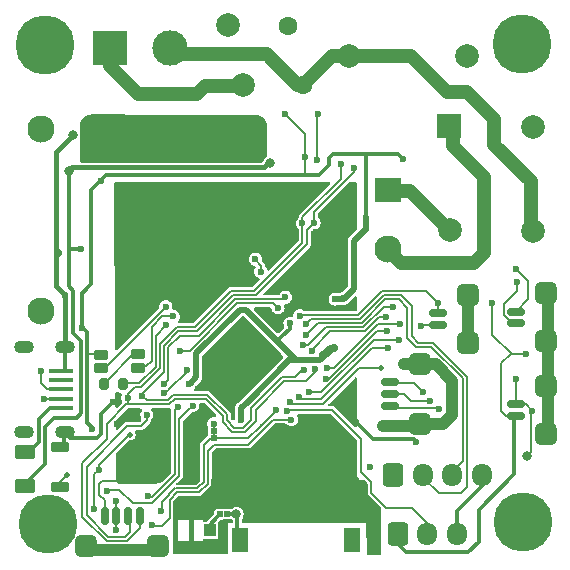
<source format=gbr>
%TF.GenerationSoftware,KiCad,Pcbnew,(6.0.9)*%
%TF.CreationDate,2022-12-23T18:09:19+01:00*%
%TF.ProjectId,Home Automation Coffee Machine PRO,486f6d65-2041-4757-946f-6d6174696f6e,5.3*%
%TF.SameCoordinates,Original*%
%TF.FileFunction,Copper,L2,Bot*%
%TF.FilePolarity,Positive*%
%FSLAX46Y46*%
G04 Gerber Fmt 4.6, Leading zero omitted, Abs format (unit mm)*
G04 Created by KiCad (PCBNEW (6.0.9)) date 2022-12-23 18:09:19*
%MOMM*%
%LPD*%
G01*
G04 APERTURE LIST*
G04 Aperture macros list*
%AMRoundRect*
0 Rectangle with rounded corners*
0 $1 Rounding radius*
0 $2 $3 $4 $5 $6 $7 $8 $9 X,Y pos of 4 corners*
0 Add a 4 corners polygon primitive as box body*
4,1,4,$2,$3,$4,$5,$6,$7,$8,$9,$2,$3,0*
0 Add four circle primitives for the rounded corners*
1,1,$1+$1,$2,$3*
1,1,$1+$1,$4,$5*
1,1,$1+$1,$6,$7*
1,1,$1+$1,$8,$9*
0 Add four rect primitives between the rounded corners*
20,1,$1+$1,$2,$3,$4,$5,0*
20,1,$1+$1,$4,$5,$6,$7,0*
20,1,$1+$1,$6,$7,$8,$9,0*
20,1,$1+$1,$8,$9,$2,$3,0*%
G04 Aperture macros list end*
%TA.AperFunction,SMDPad,CuDef*%
%ADD10RoundRect,0.150000X0.625000X-0.150000X0.625000X0.150000X-0.625000X0.150000X-0.625000X-0.150000X0*%
%TD*%
%TA.AperFunction,SMDPad,CuDef*%
%ADD11RoundRect,0.374999X0.525001X-0.525001X0.525001X0.525001X-0.525001X0.525001X-0.525001X-0.525001X0*%
%TD*%
%TA.AperFunction,SMDPad,CuDef*%
%ADD12R,0.500000X0.500000*%
%TD*%
%TA.AperFunction,SMDPad,CuDef*%
%ADD13R,2.250000X1.100000*%
%TD*%
%TA.AperFunction,SMDPad,CuDef*%
%ADD14R,1.100000X1.050000*%
%TD*%
%TA.AperFunction,SMDPad,CuDef*%
%ADD15R,1.400000X2.100000*%
%TD*%
%TA.AperFunction,ComponentPad*%
%ADD16C,0.800000*%
%TD*%
%TA.AperFunction,ComponentPad*%
%ADD17C,5.000000*%
%TD*%
%TA.AperFunction,ComponentPad*%
%ADD18C,2.300000*%
%TD*%
%TA.AperFunction,ComponentPad*%
%ADD19R,2.300000X2.000000*%
%TD*%
%TA.AperFunction,SMDPad,CuDef*%
%ADD20RoundRect,0.200000X-0.600000X0.200000X-0.600000X-0.200000X0.600000X-0.200000X0.600000X0.200000X0*%
%TD*%
%TA.AperFunction,SMDPad,CuDef*%
%ADD21RoundRect,0.150000X-0.150000X-0.625000X0.150000X-0.625000X0.150000X0.625000X-0.150000X0.625000X0*%
%TD*%
%TA.AperFunction,SMDPad,CuDef*%
%ADD22RoundRect,0.374999X-0.525001X-0.525001X0.525001X-0.525001X0.525001X0.525001X-0.525001X0.525001X0*%
%TD*%
%TA.AperFunction,ComponentPad*%
%ADD23RoundRect,0.250000X-0.600000X-0.725000X0.600000X-0.725000X0.600000X0.725000X-0.600000X0.725000X0*%
%TD*%
%TA.AperFunction,ComponentPad*%
%ADD24O,1.700000X1.950000*%
%TD*%
%TA.AperFunction,ComponentPad*%
%ADD25C,1.600000*%
%TD*%
%TA.AperFunction,ComponentPad*%
%ADD26C,2.000000*%
%TD*%
%TA.AperFunction,ConnectorPad*%
%ADD27R,2.000000X0.350000*%
%TD*%
%TA.AperFunction,ComponentPad*%
%ADD28O,1.700000X1.100000*%
%TD*%
%TA.AperFunction,SMDPad,CuDef*%
%ADD29RoundRect,0.200000X0.200000X0.275000X-0.200000X0.275000X-0.200000X-0.275000X0.200000X-0.275000X0*%
%TD*%
%TA.AperFunction,ComponentPad*%
%ADD30R,3.000000X3.000000*%
%TD*%
%TA.AperFunction,ComponentPad*%
%ADD31C,3.000000*%
%TD*%
%TA.AperFunction,SMDPad,CuDef*%
%ADD32RoundRect,0.124800X0.475200X0.275200X-0.475200X0.275200X-0.475200X-0.275200X0.475200X-0.275200X0*%
%TD*%
%TA.AperFunction,ComponentPad*%
%ADD33R,2.000000X2.000000*%
%TD*%
%TA.AperFunction,ComponentPad*%
%ADD34C,2.010000*%
%TD*%
%TA.AperFunction,SMDPad,CuDef*%
%ADD35RoundRect,0.250000X0.625000X-0.375000X0.625000X0.375000X-0.625000X0.375000X-0.625000X-0.375000X0*%
%TD*%
%TA.AperFunction,ViaPad*%
%ADD36C,0.600000*%
%TD*%
%TA.AperFunction,ViaPad*%
%ADD37C,0.800000*%
%TD*%
%TA.AperFunction,ViaPad*%
%ADD38C,0.700000*%
%TD*%
%TA.AperFunction,ViaPad*%
%ADD39C,0.500000*%
%TD*%
%TA.AperFunction,Conductor*%
%ADD40C,0.150000*%
%TD*%
%TA.AperFunction,Conductor*%
%ADD41C,0.200000*%
%TD*%
%TA.AperFunction,Conductor*%
%ADD42C,1.200000*%
%TD*%
%TA.AperFunction,Conductor*%
%ADD43C,0.320000*%
%TD*%
%TA.AperFunction,Conductor*%
%ADD44C,0.300000*%
%TD*%
%TA.AperFunction,Conductor*%
%ADD45C,1.000000*%
%TD*%
%TA.AperFunction,Conductor*%
%ADD46C,0.510000*%
%TD*%
%TA.AperFunction,Conductor*%
%ADD47C,0.250000*%
%TD*%
%TA.AperFunction,Conductor*%
%ADD48C,0.400000*%
%TD*%
G04 APERTURE END LIST*
D10*
%TO.P,mx_CONN1,1,Pin_1*%
%TO.N,Net-(MAX66751-Pad3)*%
X155515000Y-103880000D03*
%TO.P,mx_CONN1,2,Pin_2*%
%TO.N,Net-(MAX66751-Pad2)*%
X155515000Y-102880000D03*
D11*
%TO.P,mx_CONN1,MP*%
%TO.N,N/C*%
X158040000Y-105412000D03*
X158040000Y-101348000D03*
%TD*%
D12*
%TO.P,REF\u002A\u002A,1*%
%TO.N,N/C*%
X131040000Y-120030000D03*
%TO.P,REF\u002A\u002A,2*%
X130415000Y-120035000D03*
%TD*%
D13*
%TO.P,J1,1,GND*%
%TO.N,GND*%
X128000000Y-119915000D03*
%TO.P,J1,2,GND*%
X128000000Y-122865000D03*
D14*
%TO.P,J1,3,SIG*%
%TO.N,unconnected-(J1-Pad3)*%
X129550000Y-121390000D03*
%TD*%
D15*
%TO.P,ANT1,1,1*%
%TO.N,Net-(ANT1-Pad1)*%
X132150500Y-122200000D03*
%TO.P,ANT1,2,2*%
%TO.N,unconnected-(ANT1-Pad2)*%
X141650500Y-122200000D03*
%TD*%
D16*
%TO.P,REF\u002A\u002A,1*%
%TO.N,N/C*%
X155994175Y-82139175D03*
X157869175Y-80264175D03*
X154119175Y-80264175D03*
X155994175Y-78389175D03*
X157320000Y-81590000D03*
X154668350Y-78938350D03*
X154668350Y-81590000D03*
D17*
X155994175Y-80264175D03*
D16*
X157320000Y-78938350D03*
%TD*%
%TO.P,REF\u002A\u002A,1*%
%TO.N,N/C*%
X116985825Y-81605825D03*
X113785000Y-80280000D03*
X114334175Y-78954175D03*
X115660000Y-82155000D03*
X117535000Y-80280000D03*
D17*
X115660000Y-80280000D03*
D16*
X116985825Y-78954175D03*
X115660000Y-78405000D03*
X114334175Y-81605825D03*
%TD*%
%TO.P,REF\u002A\u002A,1*%
%TO.N,N/C*%
X154744175Y-119364175D03*
X157945000Y-120690000D03*
X154744175Y-122015825D03*
X156070000Y-122565000D03*
X156070000Y-118815000D03*
X157395825Y-122015825D03*
X157395825Y-119364175D03*
D17*
X156070000Y-120690000D03*
D16*
X154195000Y-120690000D03*
%TD*%
%TO.P,REF\u002A\u002A,1*%
%TO.N,N/C*%
X114514175Y-122175825D03*
X117165825Y-119524175D03*
X114514175Y-119524175D03*
X117165825Y-122175825D03*
D17*
X115840000Y-120850000D03*
D16*
X117715000Y-120850000D03*
X115840000Y-118975000D03*
X115840000Y-122725000D03*
X113965000Y-120850000D03*
%TD*%
D18*
%TO.P,HiLink1,4,DC+*%
%TO.N,Net-(HLL2-Pad2)*%
X115272500Y-102790000D03*
%TO.P,HiLink1,3,DC-*%
%TO.N,GND3*%
X115272500Y-87390000D03*
%TO.P,HiLink1,2,AC_L*%
%TO.N,Net-(HLL1-Pad1)*%
X144672500Y-97590000D03*
D19*
%TO.P,HiLink1,1,AC_N*%
%TO.N,Net-(HLL1-Pad3)*%
X144672500Y-92590000D03*
%TD*%
D10*
%TO.P,ExtPW1,1,Pin_1*%
%TO.N,3V3*%
X155535000Y-111740000D03*
%TO.P,ExtPW1,2,Pin_2*%
%TO.N,GND*%
X155535000Y-110740000D03*
D11*
%TO.P,ExtPW1,MP*%
%TO.N,N/C*%
X158060000Y-109208000D03*
X158060000Y-113272000D03*
%TD*%
D20*
%TO.P,RST1,1,1*%
%TO.N,GND*%
X116860000Y-114360000D03*
%TO.P,RST1,2,2*%
%TO.N,CHIP_EN*%
X116860000Y-117700000D03*
%TD*%
D21*
%TO.P,VL53L0X1,1,Pin_1*%
%TO.N,GND*%
X120670000Y-120185000D03*
%TO.P,VL53L0X1,2,Pin_2*%
%TO.N,3V3*%
X121670000Y-120185000D03*
%TO.P,VL53L0X1,3,Pin_3*%
%TO.N,GPIO9_I2C_SCL*%
X122670000Y-120185000D03*
%TO.P,VL53L0X1,4,Pin_4*%
%TO.N,GPIO8_I2C_SDA*%
X123670000Y-120185000D03*
D22*
%TO.P,VL53L0X1,MP*%
%TO.N,N/C*%
X125218000Y-122710000D03*
X119122000Y-122710000D03*
%TD*%
D23*
%TO.P,NEXTIONLCD1,1,Pin_1*%
%TO.N,5V0*%
X145120000Y-116720000D03*
D24*
%TO.P,NEXTIONLCD1,2,Pin_2*%
%TO.N,IO13_NEXRX*%
X147620000Y-116720000D03*
%TO.P,NEXTIONLCD1,3,Pin_3*%
%TO.N,IO12_NEXTX*%
X150120000Y-116720000D03*
%TO.P,NEXTIONLCD1,4,Pin_4*%
%TO.N,GND*%
X152620000Y-116720000D03*
%TD*%
D25*
%TO.P,HLV1,1*%
%TO.N,Net-(HLC1-Pad1)*%
X136170000Y-78670000D03*
%TO.P,HLV1,2*%
%TO.N,/GND_220*%
X137470000Y-83670000D03*
%TD*%
D12*
%TO.P,REF\u002A\u002A,1*%
%TO.N,N/C*%
X129945000Y-112985000D03*
%TO.P,REF\u002A\u002A,2*%
X129950000Y-113610000D03*
%TD*%
D26*
%TO.P,HLC1,1*%
%TO.N,Net-(HLC1-Pad1)*%
X151350000Y-81220000D03*
%TO.P,HLC1,2*%
%TO.N,/GND_220*%
X141350000Y-81220000D03*
%TD*%
D27*
%TO.P,USB-M1,1,VBUS*%
%TO.N,Net-(Fuse1-Pad2)*%
X116950000Y-111035000D03*
%TO.P,USB-M1,2,D-*%
%TO.N,Net-(CH340K1-Pad2)*%
X116960000Y-110265000D03*
%TO.P,USB-M1,3,D+*%
%TO.N,Net-(CH340K1-Pad1)*%
X116950000Y-109445000D03*
%TO.P,USB-M1,4,ID*%
%TO.N,unconnected-(USB-M1-Pad4)*%
X116960000Y-108655000D03*
%TO.P,USB-M1,5,GND*%
%TO.N,GND*%
X116950000Y-107900000D03*
D28*
%TO.P,USB-M1,6,Shield*%
X113810000Y-105860000D03*
X113810000Y-113080000D03*
X117290000Y-105880000D03*
X117280000Y-113070000D03*
%TD*%
D23*
%TO.P,TEMPDS1,1,Pin_1*%
%TO.N,3V3*%
X145490000Y-121720000D03*
D24*
%TO.P,TEMPDS1,2,Pin_2*%
%TO.N,IO01_DS18*%
X147990000Y-121720000D03*
%TO.P,TEMPDS1,3,Pin_3*%
%TO.N,GND*%
X150490000Y-121720000D03*
%TD*%
D29*
%TO.P,LR1,1*%
%TO.N,IO36_LEDR*%
X122235000Y-109040000D03*
%TO.P,LR1,2*%
%TO.N,Net-(LED1-Pad3)*%
X120585000Y-109040000D03*
%TD*%
D30*
%TO.P,PWR220,1,Pin_1*%
%TO.N,/AC_220_IN*%
X121160000Y-80570000D03*
D31*
%TO.P,PWR220,2,Pin_2*%
%TO.N,/GND_220*%
X126240000Y-80570000D03*
%TD*%
D32*
%TO.P,LED1,1,GA*%
%TO.N,IO35_LEDG*%
X123520000Y-107650000D03*
%TO.P,LED1,2,BA*%
%TO.N,IO34_LEDB*%
X120340000Y-107660000D03*
%TO.P,LED1,3,RA*%
%TO.N,Net-(LED1-Pad3)*%
X123520000Y-106510000D03*
%TO.P,LED1,4,K*%
%TO.N,3V3*%
X120330000Y-106540000D03*
%TD*%
D26*
%TO.P,HLL1,4,4*%
%TO.N,/GND_220*%
X156961875Y-96026250D03*
%TO.P,HLL1,3,3*%
%TO.N,Net-(HLL1-Pad3)*%
X149914375Y-95948750D03*
%TO.P,HLL1,2,2*%
%TO.N,Net-(HLC1-Pad1)*%
X156911875Y-87271250D03*
D33*
%TO.P,HLL1,1,1*%
%TO.N,Net-(HLL1-Pad1)*%
X149844375Y-87198750D03*
%TD*%
D34*
%TO.P,PF1,1*%
%TO.N,/AC_220_IN*%
X132345431Y-83731423D03*
%TO.P,PF1,2*%
%TO.N,Net-(HLC1-Pad1)*%
X131145431Y-78631423D03*
%TD*%
D10*
%TO.P,ExtSW1,1,Pin_1*%
%TO.N,Net-(ExtSW1-Pad1)*%
X144865000Y-110860000D03*
%TO.P,ExtSW1,2,Pin_2*%
%TO.N,Net-(Coffee1-Pad2)*%
X144865000Y-109860000D03*
%TO.P,ExtSW1,3,Pin_3*%
%TO.N,Net-(ExtSW1-Pad3)*%
X144865000Y-108860000D03*
D11*
%TO.P,ExtSW1,MP*%
%TO.N,N/C*%
X147390000Y-112400000D03*
X147390000Y-107320000D03*
%TD*%
D10*
%TO.P,WaterLevel1,1,Pin_1*%
%TO.N,Net-(WaterLevel1-Pad1)*%
X148935000Y-104030000D03*
%TO.P,WaterLevel1,2,Pin_2*%
%TO.N,IO14_H2O_LEVEL*%
X148935000Y-103030000D03*
D11*
%TO.P,WaterLevel1,MP*%
%TO.N,N/C*%
X151460000Y-101498000D03*
X151460000Y-105562000D03*
%TD*%
D35*
%TO.P,Fuse1,1*%
%TO.N,5V0*%
X113920000Y-117610000D03*
%TO.P,Fuse1,2*%
%TO.N,Net-(Fuse1-Pad2)*%
X113920000Y-114810000D03*
%TD*%
D36*
%TO.N,GND*%
X155510000Y-108590000D03*
D37*
%TO.N,Net-(ANT1-Pad1)*%
X131830000Y-120030000D03*
%TO.N,GND*%
X156470000Y-115140000D03*
D36*
X156860000Y-111280000D03*
%TO.N,Net-(WaterLevel1-Pad1)*%
X147490000Y-104100000D03*
%TO.N,IO14_H2O_LEVEL*%
X148920000Y-102180000D03*
%TO.N,3V3*%
X153504474Y-102174474D03*
X156350000Y-106450000D03*
%TO.N,Net-(MAX66751-Pad3)*%
X155610000Y-100360000D03*
%TO.N,Net-(MAX66751-Pad2)*%
X155530000Y-99270000D03*
%TO.N,3V3*%
X119801000Y-119561000D03*
X137630000Y-89800000D03*
X121660000Y-118900000D03*
X135980000Y-86190000D03*
X140190000Y-101810000D03*
X127830000Y-109050000D03*
X140920000Y-101740000D03*
D38*
X140070000Y-105930000D03*
D36*
X136353500Y-103880000D03*
X120160000Y-116280000D03*
X142770000Y-95890000D03*
X142770000Y-94980000D03*
X121640000Y-121373500D03*
X120390000Y-91810000D03*
X118770000Y-104250000D03*
X119570000Y-112790000D03*
D39*
X122790000Y-113290000D03*
D36*
X132230000Y-112040000D03*
X145940000Y-89970000D03*
X143160000Y-116020000D03*
D38*
X139140000Y-106580000D03*
D36*
%TO.N,Net-(ExtSW1-Pad1)*%
X149000000Y-111170000D03*
%TO.N,Net-(ExtSW1-Pad3)*%
X147640000Y-109690000D03*
%TO.N,GND*%
X122460000Y-117170000D03*
D37*
X133650000Y-105600000D03*
D36*
X136210000Y-95150000D03*
X134650000Y-117170000D03*
D37*
X123850000Y-87080000D03*
D36*
X141940000Y-112270000D03*
D37*
X118010000Y-87900000D03*
X132380000Y-104350000D03*
X130940000Y-108420000D03*
X130900000Y-105770000D03*
D36*
X138680000Y-90020000D03*
X137900000Y-117180000D03*
X139900000Y-116210000D03*
D37*
X133560000Y-108200000D03*
X141840000Y-117190000D03*
D36*
X117290000Y-101480000D03*
D37*
X119270000Y-86800000D03*
X135020000Y-106820000D03*
D36*
X121410000Y-110510000D03*
X138770000Y-86180000D03*
D37*
X133700000Y-87260000D03*
D36*
X127760000Y-117110000D03*
X121730000Y-112440000D03*
D37*
X132100000Y-109520000D03*
D36*
X123470000Y-111890000D03*
X129305000Y-111355000D03*
D39*
X141770000Y-92260000D03*
D37*
X129540000Y-107170000D03*
D38*
X116760000Y-97890000D03*
D37*
X132210000Y-107000000D03*
D36*
X133710000Y-115040000D03*
D37*
X128730000Y-87090000D03*
D36*
X137980000Y-112270000D03*
X147030000Y-113920000D03*
D37*
%TO.N,5V0*%
X117640000Y-90960000D03*
D36*
X118640000Y-97590000D03*
D37*
X134710000Y-90280000D03*
D36*
%TO.N,Net-(Coffee1-Pad2)*%
X148230000Y-110420000D03*
%TO.N,CHIP_EN*%
X124690000Y-120990000D03*
X136483522Y-112023522D03*
D39*
X117450000Y-116730000D03*
D36*
%TO.N,ESP_GPIO0_BOOT-DTR*%
X125450000Y-119790000D03*
X135150000Y-111250000D03*
X129910000Y-112360000D03*
%TO.N,RXD0*%
X128120000Y-110852500D03*
X120850000Y-118060000D03*
%TO.N,GPIO8_I2C_SDA*%
X140670000Y-90390000D03*
X137420000Y-95410000D03*
X138476689Y-107750838D03*
X122620000Y-110170000D03*
%TO.N,GPIO9_I2C_SCL*%
X137510000Y-107800000D03*
X124220000Y-111630000D03*
X138400000Y-95370000D03*
X123840000Y-110000000D03*
X141810000Y-90750000D03*
%TO.N,Net-(ER2-Pad2)*%
X126870000Y-110920000D03*
X124310000Y-118500000D03*
%TO.N,SPICS1*%
X133890000Y-99500000D03*
X133420000Y-98440000D03*
%TO.N,IO06_COFFEE*%
X144570000Y-104550000D03*
X139380000Y-108550000D03*
%TO.N,IO07_MXD*%
X145640000Y-103920000D03*
X139469120Y-107649120D03*
%TO.N,IO10_MXCS*%
X138203042Y-106226500D03*
X144510000Y-103350000D03*
%TO.N,IO11_MXSK*%
X137450526Y-105710526D03*
X145071750Y-102491750D03*
%TO.N,IO34_LEDB*%
X125848220Y-102458220D03*
%TO.N,IO35_LEDG*%
X126490000Y-103290000D03*
%TO.N,IO36_LEDR*%
X125885000Y-104025000D03*
%TO.N,IO38_IMU_CS*%
X127650000Y-107830000D03*
X125700000Y-109800000D03*
%TO.N,IO12_NEXTX*%
X137680000Y-104890000D03*
%TO.N,IO13_NEXRX*%
X137700000Y-103960000D03*
%TO.N,IO14_H2O_LEVEL*%
X137170000Y-103243500D03*
%TO.N,Net-(CH340K1-Pad1)*%
X115320000Y-107910000D03*
%TO.N,Net-(CH340K1-Pad2)*%
X115530000Y-110240000D03*
D39*
%TO.N,IO02_BUZZER*%
X144080000Y-107660000D03*
D36*
X136380000Y-110530000D03*
%TO.N,IO01_DS18*%
X136082675Y-111332923D03*
%TO.N,IO04_H2O*%
X144680000Y-105960000D03*
X137163794Y-110136500D03*
%TO.N,IO05_GRINDER*%
X137960000Y-109730000D03*
X145610000Y-105250000D03*
%TO.N,Net-(EC50-Pad1)*%
X135343500Y-102540000D03*
X127060000Y-106210000D03*
%TO.N,Net-(EC51-Pad1)*%
X135980000Y-101660000D03*
X125670000Y-108980000D03*
%TD*%
D40*
%TO.N,IO01_DS18*%
X136195598Y-111220000D02*
X136082675Y-111332923D01*
X139950000Y-111220000D02*
X136195598Y-111220000D01*
X142370000Y-116460000D02*
X142370000Y-113640000D01*
X143210000Y-118250000D02*
X143210000Y-117300000D01*
X142370000Y-113640000D02*
X139950000Y-111220000D01*
X144460000Y-119500000D02*
X143210000Y-118250000D01*
X147990000Y-120800000D02*
X146690000Y-119500000D01*
X146690000Y-119500000D02*
X144460000Y-119500000D01*
X147990000Y-121620000D02*
X147990000Y-120800000D01*
X143210000Y-117300000D02*
X142370000Y-116460000D01*
D41*
%TO.N,3V3*%
X155130000Y-106450000D02*
X156350000Y-106450000D01*
X153504474Y-104824474D02*
X155130000Y-106450000D01*
X153504474Y-102174474D02*
X153504474Y-104824474D01*
X154230000Y-107260000D02*
X155040000Y-106450000D01*
X154230000Y-111330000D02*
X154230000Y-107260000D01*
X155040000Y-106450000D02*
X156350000Y-106450000D01*
X154640000Y-111740000D02*
X154230000Y-111330000D01*
X155535000Y-111740000D02*
X154640000Y-111740000D01*
D40*
%TO.N,GND*%
X155535000Y-108525000D02*
X155540000Y-108520000D01*
X155535000Y-110740000D02*
X155535000Y-108525000D01*
D42*
%TO.N,/AC_220_IN*%
X121160000Y-82130000D02*
X121160000Y-80570000D01*
X128500000Y-84460000D02*
X123490000Y-84460000D01*
X123490000Y-84460000D02*
X121160000Y-82130000D01*
X129190000Y-83770000D02*
X128500000Y-84460000D01*
X132337004Y-83770000D02*
X129190000Y-83770000D01*
D40*
%TO.N,Net-(ExtSW1-Pad3)*%
X144925000Y-108920000D02*
X146870000Y-108920000D01*
X146870000Y-108920000D02*
X147640000Y-109690000D01*
X144865000Y-108860000D02*
X144925000Y-108920000D01*
%TO.N,Net-(Coffee1-Pad2)*%
X146600000Y-110420000D02*
X146040000Y-109860000D01*
X148230000Y-110420000D02*
X146600000Y-110420000D01*
X146040000Y-109860000D02*
X144865000Y-109860000D01*
%TO.N,Net-(ExtSW1-Pad1)*%
X145015000Y-111010000D02*
X144865000Y-110860000D01*
X148840000Y-111010000D02*
X145015000Y-111010000D01*
X149000000Y-111170000D02*
X148840000Y-111010000D01*
%TO.N,Net-(MAX66751-Pad2)*%
X156550000Y-100290000D02*
X156550000Y-101845000D01*
X156550000Y-101845000D02*
X155515000Y-102880000D01*
X155530000Y-99270000D02*
X156550000Y-100290000D01*
%TO.N,Net-(MAX66751-Pad3)*%
X154466000Y-103205627D02*
X155140373Y-103880000D01*
X154466000Y-102274000D02*
X154466000Y-103205627D01*
X155140373Y-103880000D02*
X155515000Y-103880000D01*
X155610000Y-100360000D02*
X155610000Y-101130000D01*
X155610000Y-101130000D02*
X154466000Y-102274000D01*
%TO.N,IO11_MXSK*%
X137850000Y-105750000D02*
X137520000Y-105750000D01*
X139393000Y-104207000D02*
X137850000Y-105750000D01*
X144284011Y-102491750D02*
X142568761Y-104207000D01*
X142568761Y-104207000D02*
X139393000Y-104207000D01*
X145071750Y-102491750D02*
X144284011Y-102491750D01*
%TO.N,IO12_NEXTX*%
X151021000Y-115569000D02*
X150050000Y-116540000D01*
X151021000Y-108531000D02*
X151021000Y-115569000D01*
X148340000Y-105850000D02*
X151021000Y-108531000D01*
X146301000Y-105101001D02*
X147050000Y-105850000D01*
X146301000Y-102544560D02*
X146301000Y-105101001D01*
X145604440Y-101848000D02*
X146301000Y-102544560D01*
X144434201Y-101848000D02*
X145604440Y-101848000D01*
X147050000Y-105850000D02*
X148340000Y-105850000D01*
X138742000Y-103858000D02*
X142424201Y-103858000D01*
X142424201Y-103858000D02*
X144434201Y-101848000D01*
X137750000Y-104850000D02*
X138742000Y-103858000D01*
%TO.N,IO13_NEXRX*%
X147620000Y-116940000D02*
X147620000Y-116720000D01*
X148950000Y-118270000D02*
X147620000Y-116940000D01*
X150850000Y-118270000D02*
X148950000Y-118270000D01*
X151370000Y-117750000D02*
X150850000Y-118270000D01*
X151370000Y-108386440D02*
X151370000Y-117750000D01*
X148484560Y-105501000D02*
X151370000Y-108386440D01*
X147194560Y-105501000D02*
X148484560Y-105501000D01*
X145749000Y-101499000D02*
X146650000Y-102400000D01*
X146650000Y-102400000D02*
X146650000Y-104956440D01*
X146650000Y-104956440D02*
X147194560Y-105501000D01*
X138151000Y-103509000D02*
X142279640Y-103509000D01*
X142279640Y-103509000D02*
X144289640Y-101499000D01*
X137700000Y-103960000D02*
X138151000Y-103509000D01*
X144289640Y-101499000D02*
X145749000Y-101499000D01*
%TO.N,IO14_H2O_LEVEL*%
X147890000Y-101150000D02*
X148935000Y-102195000D01*
X142135080Y-103160000D02*
X144145080Y-101150000D01*
X144145080Y-101150000D02*
X147890000Y-101150000D01*
X148935000Y-102195000D02*
X148935000Y-103030000D01*
X137253500Y-103160000D02*
X142135080Y-103160000D01*
X137170000Y-103243500D02*
X137253500Y-103160000D01*
%TO.N,IO07_MXD*%
X140113760Y-107649120D02*
X139469120Y-107649120D01*
X143846274Y-103916606D02*
X140113760Y-107649120D01*
X144264847Y-103916606D02*
X143846274Y-103916606D01*
X144272241Y-103924000D02*
X144264847Y-103916606D01*
X144751759Y-103920000D02*
X144747759Y-103924000D01*
X145640000Y-103920000D02*
X144751759Y-103920000D01*
X144747759Y-103924000D02*
X144272241Y-103924000D01*
%TO.N,IO05_GRINDER*%
X139020000Y-109730000D02*
X137960000Y-109730000D01*
X145610000Y-105250000D02*
X143500000Y-105250000D01*
X143500000Y-105250000D02*
X139020000Y-109730000D01*
%TO.N,IO04_H2O*%
X137331294Y-110304000D02*
X137163794Y-110136500D01*
X138976000Y-110304000D02*
X137331294Y-110304000D01*
X143320000Y-105960000D02*
X138976000Y-110304000D01*
X144680000Y-105960000D02*
X143320000Y-105960000D01*
%TO.N,IO06_COFFEE*%
X139706440Y-108550000D02*
X139380000Y-108550000D01*
X144570000Y-104550000D02*
X143706440Y-104550000D01*
X143706440Y-104550000D02*
X139706440Y-108550000D01*
%TO.N,IO10_MXCS*%
X138203042Y-106094488D02*
X138203042Y-106226500D01*
X139741530Y-104556000D02*
X138203042Y-106094488D01*
X142713322Y-104556000D02*
X139741530Y-104556000D01*
X144510000Y-103350000D02*
X143919322Y-103350000D01*
X143919322Y-103350000D02*
X142713322Y-104556000D01*
%TO.N,IO02_BUZZER*%
X142180000Y-107660000D02*
X139130000Y-110710000D01*
X139130000Y-110710000D02*
X136560000Y-110710000D01*
X136560000Y-110710000D02*
X136380000Y-110530000D01*
X144170000Y-107660000D02*
X142180000Y-107660000D01*
D43*
%TO.N,GND*%
X130720000Y-117170000D02*
X131080000Y-117170000D01*
D44*
X131080000Y-117170000D02*
X129970000Y-117170000D01*
D43*
X128000000Y-119890000D02*
X130720000Y-117170000D01*
D44*
X134650000Y-117170000D02*
X131080000Y-117170000D01*
D43*
X128000000Y-119915000D02*
X128000000Y-119890000D01*
D45*
%TO.N,*%
X149350000Y-112400000D02*
X147390000Y-112400000D01*
X150120000Y-108724602D02*
X150120000Y-111630000D01*
X150120000Y-111630000D02*
X149350000Y-112400000D01*
X148715398Y-107320000D02*
X150120000Y-108724602D01*
X147390000Y-107320000D02*
X148715398Y-107320000D01*
X147390000Y-107320000D02*
X146020000Y-107320000D01*
D41*
%TO.N,GND*%
X156770000Y-114790000D02*
X156470000Y-115090000D01*
X156860000Y-111280000D02*
X156770000Y-111370000D01*
X156770000Y-111370000D02*
X156770000Y-114790000D01*
%TO.N,3V3*%
X156350000Y-106490000D02*
X156350000Y-106450000D01*
%TO.N,GND*%
X155535000Y-110740000D02*
X156320000Y-110740000D01*
X156320000Y-110740000D02*
X156860000Y-111280000D01*
%TO.N,Net-(WaterLevel1-Pad1)*%
X147560000Y-104030000D02*
X147490000Y-104100000D01*
X148935000Y-104030000D02*
X147560000Y-104030000D01*
D45*
%TO.N,*%
X158210000Y-113122000D02*
X158060000Y-113272000D01*
X158210000Y-101530000D02*
X158210000Y-113122000D01*
D44*
%TO.N,3V3*%
X145490000Y-122560000D02*
X145490000Y-121620000D01*
X151470000Y-123240000D02*
X146170000Y-123240000D01*
X152330000Y-122380000D02*
X151470000Y-123240000D01*
X155305000Y-116665000D02*
X152330000Y-119640000D01*
X155305000Y-111970000D02*
X155305000Y-116665000D01*
X152330000Y-119640000D02*
X152330000Y-122380000D01*
X146170000Y-123240000D02*
X145490000Y-122560000D01*
X155535000Y-111740000D02*
X155305000Y-111970000D01*
D45*
%TO.N,*%
X119690000Y-123070000D02*
X125210000Y-123070000D01*
X147430000Y-112530000D02*
X144210000Y-112530000D01*
X151470000Y-101700000D02*
X151470000Y-105300000D01*
X119320000Y-122700000D02*
X119690000Y-123070000D01*
X147390000Y-107320000D02*
X147400000Y-107310000D01*
D46*
%TO.N,3V3*%
X134875000Y-104985000D02*
X133385000Y-103495000D01*
X132780000Y-110500000D02*
X132230000Y-111050000D01*
X139925000Y-105965000D02*
X139225000Y-106665000D01*
D41*
X136130000Y-104550000D02*
X135725000Y-104955000D01*
D44*
X119189000Y-112279000D02*
X119660000Y-112750000D01*
D46*
X127861178Y-108982982D02*
X128420000Y-108424160D01*
D47*
X133395000Y-103495000D02*
X133385000Y-103495000D01*
D44*
X119520000Y-100550000D02*
X119520000Y-92586854D01*
X119050000Y-101020000D02*
X118760000Y-101310000D01*
X136330000Y-104350000D02*
X136330000Y-103880000D01*
X135300000Y-105380000D02*
X135270000Y-105380000D01*
D47*
X118810000Y-104200000D02*
X118780000Y-104230000D01*
D46*
X136505000Y-106615000D02*
X136505000Y-106775000D01*
D44*
X142770000Y-89630000D02*
X142680000Y-89540000D01*
D46*
X136270000Y-107010000D02*
X132780000Y-110500000D01*
D40*
X137660000Y-89880000D02*
X137660000Y-90310000D01*
D46*
X135270000Y-105380000D02*
X134875000Y-104985000D01*
D44*
X119520000Y-92586854D02*
X120805431Y-91301423D01*
D41*
X135270000Y-105350000D02*
X135270000Y-105380000D01*
D46*
X135790000Y-105900000D02*
X136505000Y-106615000D01*
D44*
X119801000Y-119561000D02*
X119841000Y-119561000D01*
D40*
X137660000Y-91250000D02*
X137711423Y-91301423D01*
X120249000Y-106459000D02*
X120330000Y-106540000D01*
D41*
X119801000Y-119561000D02*
X119801000Y-116639000D01*
D46*
X139770000Y-105950000D02*
X139140000Y-106580000D01*
D41*
X120160000Y-115850000D02*
X122720000Y-113290000D01*
D44*
X145510000Y-89540000D02*
X145940000Y-89970000D01*
D46*
X142770000Y-95890000D02*
X142770000Y-94980000D01*
D44*
X135725000Y-104955000D02*
X136330000Y-104350000D01*
D46*
X139140000Y-106580000D02*
X139420000Y-106580000D01*
D40*
X121670000Y-119060000D02*
X121640000Y-119030000D01*
X121670000Y-120185000D02*
X121670000Y-121343500D01*
D41*
X135310000Y-105380000D02*
X135270000Y-105380000D01*
D46*
X139140000Y-106580000D02*
X139225000Y-106665000D01*
X138910000Y-106980000D02*
X136300000Y-106980000D01*
D40*
X121670000Y-120185000D02*
X121670000Y-119060000D01*
D46*
X139225000Y-106665000D02*
X138910000Y-106980000D01*
D44*
X118760000Y-101310000D02*
X118760000Y-104200000D01*
X139660000Y-89860000D02*
X139980000Y-89540000D01*
D46*
X134875000Y-104985000D02*
X135790000Y-105900000D01*
X139990000Y-105950000D02*
X139770000Y-105950000D01*
X139420000Y-106580000D02*
X140070000Y-105930000D01*
D44*
X139980000Y-89540000D02*
X142680000Y-89540000D01*
D46*
X128420000Y-108424160D02*
X128420000Y-106420000D01*
D40*
X137660000Y-90310000D02*
X137660000Y-87850000D01*
D46*
X128420000Y-106420000D02*
X132110000Y-102730000D01*
D44*
X119189000Y-106459000D02*
X119189000Y-112279000D01*
D46*
X132620000Y-102730000D02*
X133385000Y-103495000D01*
D44*
X138808577Y-91301423D02*
X139660000Y-90450000D01*
D46*
X141770000Y-100940000D02*
X140900000Y-101810000D01*
X136300000Y-106980000D02*
X136270000Y-107010000D01*
X132110000Y-102730000D02*
X132620000Y-102730000D01*
D40*
X121670000Y-121343500D02*
X121640000Y-121373500D01*
D44*
X120805431Y-91301423D02*
X137711423Y-91301423D01*
D40*
X137660000Y-87850000D02*
X136010000Y-86200000D01*
D44*
X136130000Y-104550000D02*
X135300000Y-105380000D01*
X119189000Y-104629000D02*
X119189000Y-106459000D01*
D46*
X136505000Y-106775000D02*
X136270000Y-107010000D01*
D41*
X135725000Y-104955000D02*
X135320000Y-105360000D01*
D44*
X139660000Y-90450000D02*
X139660000Y-89860000D01*
D46*
X140900000Y-101810000D02*
X140190000Y-101810000D01*
D44*
X142680000Y-89540000D02*
X145510000Y-89540000D01*
X137711423Y-91301423D02*
X138808577Y-91301423D01*
D40*
X136010000Y-86200000D02*
X136010000Y-86170000D01*
D46*
X132230000Y-111050000D02*
X132230000Y-112040000D01*
D41*
X122720000Y-113290000D02*
X122790000Y-113290000D01*
D40*
X137660000Y-90310000D02*
X137660000Y-91250000D01*
D46*
X142770000Y-95890000D02*
X141770000Y-96890000D01*
D41*
X119801000Y-116639000D02*
X120160000Y-116280000D01*
X120160000Y-116280000D02*
X120160000Y-115850000D01*
D44*
X118840000Y-104280000D02*
X119189000Y-104629000D01*
D46*
X141770000Y-96890000D02*
X141770000Y-100940000D01*
D44*
X119000000Y-101070000D02*
X119520000Y-100550000D01*
D46*
X135790000Y-105900000D02*
X136810000Y-106920000D01*
D44*
X119380000Y-112470000D02*
X119660000Y-112750000D01*
D40*
X119189000Y-106459000D02*
X120249000Y-106459000D01*
D44*
X142770000Y-94980000D02*
X142770000Y-89630000D01*
D43*
%TO.N,unconnected-(J1-Pad3)*%
X130220000Y-120260000D02*
X130430000Y-120050000D01*
X129550000Y-120930000D02*
X130220000Y-120260000D01*
X129550000Y-120930000D02*
X129550000Y-121390000D01*
D42*
%TO.N,/AC_220_IN*%
X132134008Y-83520000D02*
X132345431Y-83731423D01*
%TO.N,/GND_220*%
X139920000Y-81220000D02*
X141350000Y-81220000D01*
X146610000Y-81220000D02*
X141350000Y-81220000D01*
X156736250Y-96376250D02*
X156736250Y-91856250D01*
X149640000Y-84250000D02*
X146610000Y-81220000D01*
X156736250Y-91856250D02*
X153660000Y-88780000D01*
X151350000Y-84250000D02*
X149640000Y-84250000D01*
X137470000Y-83670000D02*
X139920000Y-81220000D01*
X153660000Y-86560000D02*
X151350000Y-84250000D01*
X126215431Y-81111423D02*
X134421423Y-81111423D01*
X153660000Y-88780000D02*
X153660000Y-86560000D01*
X136980000Y-83670000D02*
X137470000Y-83670000D01*
X134421423Y-81111423D02*
X136980000Y-83670000D01*
%TO.N,Net-(HLL1-Pad3)*%
X144620000Y-92640000D02*
X146485000Y-92640000D01*
X144615431Y-92631423D02*
X144636854Y-92610000D01*
X145019008Y-93035000D02*
X144615431Y-92631423D01*
X146485000Y-92640000D02*
X150165000Y-96320000D01*
D48*
%TO.N,GND*%
X128000000Y-119915000D02*
X128000000Y-122865000D01*
D41*
X130940000Y-108420000D02*
X130940000Y-108230000D01*
D40*
X123317500Y-111890000D02*
X122330000Y-111890000D01*
D48*
X121690000Y-95300000D02*
X121690000Y-94250000D01*
D41*
X120670000Y-118840000D02*
X120200000Y-118370000D01*
D44*
X120390000Y-111530000D02*
X120390000Y-113210000D01*
X152620000Y-117650000D02*
X150490000Y-119780000D01*
D40*
X122330000Y-111890000D02*
X121680000Y-112540000D01*
D44*
X117290000Y-106220000D02*
X117290000Y-107900000D01*
X128310000Y-117140000D02*
X127380000Y-117140000D01*
X147030000Y-113920000D02*
X146820000Y-113710000D01*
D48*
X121850000Y-92070000D02*
X124680000Y-92070000D01*
D41*
X130940000Y-108230000D02*
X133540000Y-105630000D01*
D44*
X117140000Y-107880000D02*
X116300000Y-107880000D01*
X141800000Y-93110000D02*
X141800000Y-92430000D01*
D48*
X123010000Y-117210000D02*
X124920000Y-117210000D01*
D41*
X120470000Y-117240000D02*
X122390000Y-117240000D01*
D40*
X121690000Y-94250000D02*
X121690000Y-104820000D01*
D44*
X137970000Y-115050000D02*
X138250000Y-115050000D01*
D48*
X117290000Y-105880000D02*
X117290000Y-101480000D01*
D41*
X127760000Y-117110000D02*
X127760000Y-112900000D01*
D48*
X121860000Y-117210000D02*
X124200000Y-117210000D01*
D44*
X121410000Y-110510000D02*
X120390000Y-111530000D01*
X139930000Y-117170000D02*
X139910000Y-117190000D01*
D48*
X121690000Y-94250000D02*
X121690000Y-92230000D01*
D41*
X127760000Y-112900000D02*
X129305000Y-111355000D01*
D44*
X114260000Y-105840000D02*
X114000000Y-105840000D01*
X139910000Y-117190000D02*
X136470000Y-117190000D01*
D41*
X132270000Y-104390000D02*
X132590000Y-104390000D01*
D48*
X117290000Y-101470000D02*
X116540000Y-100720000D01*
D44*
X141800000Y-95340000D02*
X141800000Y-93110000D01*
D40*
X142010000Y-112270000D02*
X141940000Y-112270000D01*
D41*
X132180000Y-109640000D02*
X132180000Y-109450000D01*
D44*
X141610000Y-95530000D02*
X141800000Y-95340000D01*
X126240000Y-92070000D02*
X138240000Y-92070000D01*
D48*
X124680000Y-92070000D02*
X126240000Y-92070000D01*
D44*
X133720000Y-115050000D02*
X133710000Y-115040000D01*
X117770000Y-113560000D02*
X117280000Y-113070000D01*
X137950000Y-112290000D02*
X137950000Y-115030000D01*
X137970000Y-115050000D02*
X133720000Y-115050000D01*
X143380000Y-113710000D02*
X141940000Y-112270000D01*
X141800000Y-92430000D02*
X141650000Y-92280000D01*
D40*
X121690000Y-104820000D02*
X121650000Y-104860000D01*
D41*
X133330000Y-108200000D02*
X130900000Y-105770000D01*
D44*
X138250000Y-115050000D02*
X138710000Y-115050000D01*
X120040000Y-113560000D02*
X117770000Y-113560000D01*
X150490000Y-119780000D02*
X150490000Y-121620000D01*
X138710000Y-115050000D02*
X139930000Y-116270000D01*
D41*
X120200000Y-117510000D02*
X120470000Y-117240000D01*
D44*
X146820000Y-113710000D02*
X143380000Y-113710000D01*
D41*
X132590000Y-104390000D02*
X135020000Y-106820000D01*
D44*
X141840000Y-117190000D02*
X139910000Y-117190000D01*
D48*
X116540000Y-100720000D02*
X116540000Y-89350000D01*
D44*
X152620000Y-116720000D02*
X152620000Y-117650000D01*
X139940000Y-116280000D02*
X139930000Y-116270000D01*
D48*
X121690000Y-92230000D02*
X121850000Y-92070000D01*
D41*
X131820000Y-109450000D02*
X129540000Y-107170000D01*
D40*
X138620000Y-90140000D02*
X138620000Y-86380000D01*
D48*
X117290000Y-101480000D02*
X117290000Y-101470000D01*
D44*
X141840000Y-114175000D02*
X141825000Y-114160000D01*
D41*
X132180000Y-109450000D02*
X131820000Y-109450000D01*
D44*
X137950000Y-115030000D02*
X137970000Y-115050000D01*
D40*
X138620000Y-86380000D02*
X138770000Y-86230000D01*
D41*
X120200000Y-118370000D02*
X120200000Y-117510000D01*
X135390000Y-95120000D02*
X136260000Y-95120000D01*
D44*
X120390000Y-113210000D02*
X120040000Y-113560000D01*
D48*
X116540000Y-89350000D02*
X118060000Y-87830000D01*
D41*
X133560000Y-108200000D02*
X133330000Y-108200000D01*
X120670000Y-120185000D02*
X120670000Y-118840000D01*
D40*
X123480000Y-111727500D02*
X123317500Y-111890000D01*
D48*
X126240000Y-92070000D02*
X126630000Y-92070000D01*
D44*
X139930000Y-116270000D02*
X139930000Y-117170000D01*
X141840000Y-117190000D02*
X141840000Y-114175000D01*
X117240000Y-114120000D02*
X117240000Y-113420000D01*
D41*
X122390000Y-117240000D02*
X122460000Y-117170000D01*
D44*
%TO.N,5V0*%
X118690000Y-105400000D02*
X118020000Y-104730000D01*
X118020000Y-101130000D02*
X117620000Y-100730000D01*
D48*
X117940000Y-90660000D02*
X133790000Y-90660000D01*
D44*
X117620000Y-90980000D02*
X117620000Y-97560000D01*
X115620000Y-112650000D02*
X116420000Y-111850000D01*
D48*
X134770000Y-90340000D02*
X134710000Y-90280000D01*
D44*
X116420000Y-111850000D02*
X118320000Y-111850000D01*
X118020000Y-104730000D02*
X118020000Y-101130000D01*
D48*
X117640000Y-90960000D02*
X117940000Y-90660000D01*
D44*
X117640000Y-90960000D02*
X117620000Y-90980000D01*
X115620000Y-115800000D02*
X115620000Y-112650000D01*
X117650000Y-97590000D02*
X117620000Y-97560000D01*
X118640000Y-97590000D02*
X117650000Y-97590000D01*
D48*
X133790000Y-90660000D02*
X134150000Y-90660000D01*
D44*
X113940000Y-117480000D02*
X115620000Y-115800000D01*
D48*
X134150000Y-90660000D02*
X134510000Y-90300000D01*
D44*
X117620000Y-100730000D02*
X117620000Y-97560000D01*
X118690000Y-111480000D02*
X118690000Y-105400000D01*
X118320000Y-111850000D02*
X118690000Y-111480000D01*
D42*
%TO.N,Net-(HLL1-Pad1)*%
X152770000Y-97910000D02*
X152770000Y-91525000D01*
X144620000Y-97640000D02*
X145740000Y-98760000D01*
X145740000Y-98760000D02*
X151920000Y-98760000D01*
D44*
X144245431Y-98091423D02*
X144245431Y-98041423D01*
D42*
X150127500Y-88882500D02*
X150127500Y-87082500D01*
X151920000Y-98760000D02*
X152770000Y-97910000D01*
X152770000Y-91525000D02*
X150127500Y-88882500D01*
D43*
%TO.N,Net-(ANT1-Pad1)*%
X131025000Y-120030000D02*
X131830000Y-120030000D01*
X131900000Y-120005000D02*
X131900000Y-122455000D01*
D40*
%TO.N,CHIP_EN*%
X136483522Y-112023522D02*
X134936478Y-112023522D01*
X116710000Y-117480000D02*
X117430000Y-116760000D01*
X132820000Y-114140000D02*
X129950000Y-114140000D01*
X129390000Y-117500000D02*
X128700000Y-118190000D01*
X116800000Y-117590000D02*
X116800000Y-117530000D01*
X134936478Y-112023522D02*
X132820000Y-114140000D01*
X129950000Y-114140000D02*
X129390000Y-114700000D01*
X128700000Y-118190000D02*
X126820000Y-118190000D01*
X125500000Y-121040000D02*
X124640000Y-121040000D01*
X126820000Y-118190000D02*
X126196000Y-118814000D01*
X126196000Y-118814000D02*
X126196000Y-120354000D01*
X129390000Y-114700000D02*
X129390000Y-117500000D01*
X126196000Y-120354000D02*
X125505000Y-121045000D01*
X125505000Y-121045000D02*
X125500000Y-121040000D01*
%TO.N,ESP_GPIO0_BOOT-DTR*%
X125520000Y-118980000D02*
X126020000Y-118480000D01*
X133860000Y-112570000D02*
X134040000Y-112390000D01*
X126655000Y-117845000D02*
X126225000Y-118275000D01*
X129040000Y-117310000D02*
X128509000Y-117841000D01*
X125520000Y-119910000D02*
X125520000Y-118980000D01*
X129945000Y-112985000D02*
X129945000Y-113605000D01*
X135150000Y-111280000D02*
X135150000Y-111250000D01*
X129940000Y-113240000D02*
X129940000Y-112460000D01*
X125520000Y-119910000D02*
X125520000Y-119390000D01*
X129945000Y-113605000D02*
X129950000Y-113610000D01*
X128509000Y-117841000D02*
X127300000Y-117841000D01*
X129640000Y-113610000D02*
X129950000Y-113610000D01*
X129950000Y-113610000D02*
X132820000Y-113610000D01*
X128690000Y-117660000D02*
X129040000Y-117310000D01*
X126225000Y-118275000D02*
X126020000Y-118480000D01*
X127300000Y-117841000D02*
X126675439Y-117841000D01*
X126655000Y-117845000D02*
X125610000Y-118890000D01*
X133800000Y-112630000D02*
X133860000Y-112570000D01*
X133800000Y-112630000D02*
X135150000Y-111280000D01*
X126020000Y-118480000D02*
X125610000Y-118890000D01*
X129040000Y-114210000D02*
X129640000Y-113610000D01*
X132820000Y-113610000D02*
X133800000Y-112630000D01*
X129040000Y-117310000D02*
X129040000Y-114210000D01*
%TO.N,RXD0*%
X124637560Y-119126000D02*
X123076000Y-119126000D01*
X126969000Y-112003500D02*
X126969000Y-116794560D01*
X127932500Y-111040000D02*
X126969000Y-112003500D01*
X128090000Y-111040000D02*
X127932500Y-111040000D01*
X121900000Y-117950000D02*
X120840000Y-117950000D01*
X126969000Y-116794560D02*
X124637560Y-119126000D01*
X123076000Y-119126000D02*
X121900000Y-117950000D01*
%TO.N,Net-(LED1-Pad3)*%
X123520000Y-106326496D02*
X123243504Y-106326496D01*
X120585000Y-108985000D02*
X120585000Y-109040000D01*
X123243504Y-106326496D02*
X120585000Y-108985000D01*
%TO.N,GPIO8_I2C_SDA*%
X138320000Y-107630000D02*
X138320000Y-107700000D01*
X118791000Y-120251000D02*
X118791000Y-115739000D01*
X132560000Y-113070000D02*
X133450000Y-112180000D01*
X140660000Y-91640000D02*
X140660000Y-90440000D01*
X133340000Y-101120000D02*
X131380000Y-101120000D01*
X137420000Y-97040000D02*
X133340000Y-101120000D01*
D41*
X122640000Y-110240000D02*
X122640000Y-110700000D01*
D40*
X129219000Y-110279000D02*
X130650000Y-111710000D01*
X123650000Y-120277500D02*
X123650000Y-121220000D01*
X126760000Y-104210000D02*
X125338000Y-105632000D01*
X140545431Y-90524569D02*
X140660000Y-90410000D01*
X123733560Y-109300000D02*
X123220000Y-109300000D01*
X125338000Y-107695561D02*
X123733560Y-109300000D01*
X137420000Y-95410000D02*
X137420000Y-97040000D01*
X122510000Y-110740000D02*
X126146023Y-110740000D01*
X137680000Y-108800000D02*
X138476689Y-108003311D01*
X122630000Y-109890000D02*
X122630000Y-110260000D01*
X122574000Y-122296000D02*
X120836000Y-122296000D01*
X130650000Y-111710000D02*
X130650000Y-112250000D01*
X126607023Y-110279000D02*
X129219000Y-110279000D01*
X128290000Y-104210000D02*
X126760000Y-104210000D01*
X120836000Y-122296000D02*
X118791000Y-120251000D01*
X120840000Y-113690000D02*
X120840000Y-112410000D01*
X133450000Y-112180000D02*
X133450000Y-111190000D01*
X131470000Y-113070000D02*
X132560000Y-113070000D01*
X131380000Y-101120000D02*
X128290000Y-104210000D01*
X126146023Y-110740000D02*
X126607023Y-110279000D01*
X123650000Y-121220000D02*
X122574000Y-122296000D01*
X125338000Y-105632000D02*
X125338000Y-107695561D01*
X135840000Y-108800000D02*
X137680000Y-108800000D01*
X130650000Y-112250000D02*
X131470000Y-113070000D01*
X137420000Y-94880000D02*
X140660000Y-91640000D01*
X120840000Y-112410000D02*
X122510000Y-110740000D01*
X133450000Y-111190000D02*
X135840000Y-108800000D01*
X137420000Y-95410000D02*
X137420000Y-94880000D01*
X123220000Y-109300000D02*
X122630000Y-109890000D01*
X138476689Y-108003311D02*
X138476689Y-107750838D01*
X118791000Y-115739000D02*
X120840000Y-113690000D01*
%TO.N,GPIO9_I2C_SCL*%
X138400000Y-95370000D02*
X137830000Y-95940000D01*
X125230000Y-110390000D02*
X126002463Y-110390000D01*
X137830000Y-95940000D02*
X137830000Y-97130000D01*
X125230000Y-110390000D02*
X124250000Y-110390000D01*
X126903560Y-104560000D02*
X125687000Y-105776560D01*
X126462463Y-109930000D02*
X129370000Y-109930000D01*
X125687000Y-107983000D02*
X123850000Y-109820000D01*
X129370000Y-109930000D02*
X131030000Y-111590000D01*
X122562500Y-112577500D02*
X123752500Y-112577500D01*
X135659000Y-108451000D02*
X136749000Y-108451000D01*
X124250000Y-110390000D02*
X123850000Y-109990000D01*
X131030000Y-111590000D02*
X131030000Y-112100000D01*
X123850000Y-109820000D02*
X123850000Y-109990000D01*
X138400000Y-95370000D02*
X138400000Y-94440000D01*
X133490000Y-101470000D02*
X131570000Y-101470000D01*
X124260000Y-112070000D02*
X124260000Y-111797500D01*
X128480000Y-104560000D02*
X126903560Y-104560000D01*
X136749000Y-108451000D02*
X137560000Y-107640000D01*
X133070000Y-111940000D02*
X133070000Y-111040000D01*
X124980000Y-110390000D02*
X125230000Y-110390000D01*
X133070000Y-112050000D02*
X133070000Y-111940000D01*
X138400000Y-94440000D02*
X141135000Y-91705000D01*
X132420000Y-112710000D02*
X133070000Y-112060000D01*
X125687000Y-105776560D02*
X125687000Y-107983000D01*
X137830000Y-97130000D02*
X133490000Y-101470000D01*
X122423000Y-121947000D02*
X120987000Y-121947000D01*
X122800000Y-120175000D02*
X122800000Y-121570000D01*
X122800000Y-121570000D02*
X122423000Y-121947000D01*
X141135000Y-91705000D02*
X141690000Y-91150000D01*
X141810000Y-91030000D02*
X141810000Y-90770000D01*
X120987000Y-121947000D02*
X119140000Y-120100000D01*
X123752500Y-112577500D02*
X124260000Y-112070000D01*
X122620000Y-119995000D02*
X122800000Y-120175000D01*
X119140000Y-116000000D02*
X122562500Y-112577500D01*
X126002463Y-110390000D02*
X126462463Y-109930000D01*
X133070000Y-112060000D02*
X133070000Y-111940000D01*
X131640000Y-112710000D02*
X132420000Y-112710000D01*
X133070000Y-111040000D02*
X135659000Y-108451000D01*
X141135000Y-91705000D02*
X141810000Y-91030000D01*
X131030000Y-112100000D02*
X131640000Y-112710000D01*
X119140000Y-120100000D02*
X119140000Y-116000000D01*
X131570000Y-101470000D02*
X128480000Y-104560000D01*
%TO.N,Net-(ER2-Pad2)*%
X126620000Y-116650000D02*
X126620000Y-111170000D01*
X126620000Y-111170000D02*
X126870000Y-110920000D01*
X124322500Y-118602500D02*
X124667500Y-118602500D01*
X124667500Y-118602500D02*
X126620000Y-116650000D01*
%TO.N,SPICS1*%
X133890000Y-98980000D02*
X133890000Y-99650000D01*
X133380000Y-98470000D02*
X133890000Y-98980000D01*
%TO.N,IO34_LEDB*%
X125848220Y-102458220D02*
X120829944Y-107476496D01*
X120829944Y-107476496D02*
X120340000Y-107476496D01*
%TO.N,IO35_LEDG*%
X125510000Y-103290000D02*
X124640000Y-104160000D01*
X124640000Y-107030000D02*
X124203504Y-107466496D01*
X124640000Y-104160000D02*
X124640000Y-107030000D01*
X126490000Y-103290000D02*
X125510000Y-103290000D01*
X124203504Y-107466496D02*
X123520000Y-107466496D01*
%TO.N,IO36_LEDR*%
X122274000Y-108951000D02*
X123589000Y-108951000D01*
X123589000Y-108951000D02*
X124989000Y-107551000D01*
X124989000Y-104921000D02*
X125885000Y-104025000D01*
X124989000Y-107551000D02*
X124989000Y-104921000D01*
X122145000Y-109080000D02*
X122274000Y-108951000D01*
%TO.N,IO38_IMU_CS*%
X127690000Y-107880000D02*
X126015000Y-109555000D01*
X126015000Y-109555000D02*
X125770000Y-109800000D01*
%TO.N,IO12_NEXTX*%
X137800000Y-104720000D02*
X137760000Y-104720000D01*
D44*
%TO.N,Net-(Fuse1-Pad2)*%
X115120000Y-111980000D02*
X115120000Y-113950000D01*
X114260000Y-114810000D02*
X113920000Y-114810000D01*
X116085000Y-111015000D02*
X115120000Y-111980000D01*
X115120000Y-113950000D02*
X114260000Y-114810000D01*
X117140000Y-111015000D02*
X116085000Y-111015000D01*
X114220000Y-114680000D02*
X113940000Y-114680000D01*
D40*
%TO.N,Net-(CH340K1-Pad1)*%
X115300000Y-108940000D02*
X115805000Y-109445000D01*
X115805000Y-109445000D02*
X116950000Y-109445000D01*
X115300000Y-107930000D02*
X115300000Y-108940000D01*
%TO.N,Net-(CH340K1-Pad2)*%
X115752500Y-110260000D02*
X117187500Y-110260000D01*
%TO.N,Net-(EC50-Pad1)*%
X134930000Y-102190000D02*
X135360000Y-102620000D01*
X131880000Y-102190000D02*
X134930000Y-102190000D01*
X127860000Y-106210000D02*
X131880000Y-102190000D01*
X127060000Y-106210000D02*
X127860000Y-106210000D01*
%TO.N,Net-(EC51-Pad1)*%
X126036000Y-105921120D02*
X127037120Y-104920000D01*
X125670000Y-108980000D02*
X125690000Y-108980000D01*
X127037120Y-104920000D02*
X128640000Y-104920000D01*
X135900000Y-101830000D02*
X135990000Y-101740000D01*
X126036000Y-108634000D02*
X126036000Y-105921120D01*
X131730000Y-101830000D02*
X135900000Y-101830000D01*
X128640000Y-104920000D02*
X131730000Y-101830000D01*
X125690000Y-108980000D02*
X126036000Y-108634000D01*
%TD*%
%TA.AperFunction,Conductor*%
%TO.N,GND*%
G36*
X139829448Y-111569502D02*
G01*
X139850422Y-111586405D01*
X142003595Y-113739579D01*
X142037621Y-113801891D01*
X142040500Y-113828674D01*
X142040500Y-116440118D01*
X142040020Y-116451100D01*
X142036690Y-116489160D01*
X142039543Y-116499807D01*
X142039543Y-116499809D01*
X142046580Y-116526070D01*
X142048959Y-116536802D01*
X142053907Y-116564865D01*
X142055821Y-116586645D01*
X142056450Y-117383925D01*
X129719500Y-117361372D01*
X129719500Y-114888674D01*
X129739502Y-114820553D01*
X129756405Y-114799578D01*
X130049580Y-114506404D01*
X130111892Y-114472379D01*
X130138675Y-114469500D01*
X132800118Y-114469500D01*
X132811100Y-114469980D01*
X132838175Y-114472349D01*
X132838176Y-114472349D01*
X132849160Y-114473310D01*
X132859807Y-114470457D01*
X132859809Y-114470457D01*
X132886070Y-114463420D01*
X132896801Y-114461041D01*
X132923581Y-114456319D01*
X132923582Y-114456319D01*
X132934434Y-114454405D01*
X132943979Y-114448894D01*
X132947433Y-114447637D01*
X132950757Y-114446087D01*
X132961401Y-114443235D01*
X132970427Y-114436915D01*
X132970429Y-114436914D01*
X132992700Y-114421319D01*
X133001971Y-114415413D01*
X133025515Y-114401820D01*
X133025518Y-114401818D01*
X133035066Y-114396305D01*
X133059640Y-114367019D01*
X133067055Y-114358928D01*
X135036057Y-112389927D01*
X135098369Y-112355901D01*
X135125152Y-112353022D01*
X135975288Y-112353022D01*
X136043409Y-112373024D01*
X136075249Y-112402316D01*
X136088048Y-112418996D01*
X136203879Y-112507877D01*
X136338768Y-112563750D01*
X136483522Y-112582807D01*
X136491710Y-112581729D01*
X136620088Y-112564828D01*
X136628276Y-112563750D01*
X136763165Y-112507877D01*
X136777867Y-112496596D01*
X136872443Y-112424025D01*
X136872446Y-112424022D01*
X136878996Y-112418996D01*
X136901302Y-112389927D01*
X136962850Y-112309715D01*
X136967877Y-112303164D01*
X136979848Y-112274265D01*
X137013851Y-112192174D01*
X137023750Y-112168276D01*
X137031220Y-112111540D01*
X137041729Y-112031710D01*
X137042807Y-112023522D01*
X137032567Y-111945741D01*
X137024828Y-111886954D01*
X137024827Y-111886952D01*
X137023750Y-111878768D01*
X136967877Y-111743880D01*
X136963424Y-111738077D01*
X136946789Y-111669505D01*
X136970009Y-111602413D01*
X137025816Y-111558526D01*
X137072646Y-111549500D01*
X139761327Y-111549500D01*
X139829448Y-111569502D01*
G37*
%TD.AperFunction*%
%TA.AperFunction,Conductor*%
G36*
X129098448Y-110628502D02*
G01*
X129119418Y-110645401D01*
X130067565Y-111593549D01*
X130101589Y-111655859D01*
X130096524Y-111726675D01*
X130053977Y-111783510D01*
X129987457Y-111808321D01*
X129962025Y-111807564D01*
X129910000Y-111800715D01*
X129901812Y-111801793D01*
X129773432Y-111818694D01*
X129773430Y-111818695D01*
X129765246Y-111819772D01*
X129717430Y-111839578D01*
X129637986Y-111872485D01*
X129637984Y-111872486D01*
X129630358Y-111875645D01*
X129514526Y-111964526D01*
X129425645Y-112080358D01*
X129422486Y-112087984D01*
X129422485Y-112087986D01*
X129398127Y-112146791D01*
X129369772Y-112215246D01*
X129368695Y-112223430D01*
X129368694Y-112223432D01*
X129357346Y-112309633D01*
X129350715Y-112360000D01*
X129351793Y-112368188D01*
X129359144Y-112424022D01*
X129369772Y-112504754D01*
X129425392Y-112639030D01*
X129425392Y-112639032D01*
X129425645Y-112639642D01*
X129425534Y-112639688D01*
X129440599Y-112709437D01*
X129440500Y-112709933D01*
X129440501Y-113260066D01*
X129441709Y-113266138D01*
X129442315Y-113272294D01*
X129439791Y-113272543D01*
X129434459Y-113332183D01*
X129413726Y-113367052D01*
X129400372Y-113382967D01*
X129392945Y-113391072D01*
X128821077Y-113962940D01*
X128812973Y-113970367D01*
X128783695Y-113994934D01*
X128778185Y-114004477D01*
X128778182Y-114004481D01*
X128764587Y-114028029D01*
X128758683Y-114037296D01*
X128736765Y-114068599D01*
X128733913Y-114079243D01*
X128732363Y-114082567D01*
X128731106Y-114086021D01*
X128725595Y-114095566D01*
X128723681Y-114106418D01*
X128723681Y-114106419D01*
X128718959Y-114133199D01*
X128716581Y-114143927D01*
X128706690Y-114180840D01*
X128707651Y-114191822D01*
X128710020Y-114218900D01*
X128710500Y-114229882D01*
X128710500Y-117121325D01*
X128690498Y-117189446D01*
X128673596Y-117210420D01*
X128613178Y-117270839D01*
X128613177Y-117270839D01*
X128524828Y-117359188D01*
X126873374Y-117356169D01*
X127187923Y-117041620D01*
X127196027Y-117034193D01*
X127216861Y-117016711D01*
X127225305Y-117009626D01*
X127230815Y-117000083D01*
X127230818Y-117000079D01*
X127244413Y-116976531D01*
X127250319Y-116967260D01*
X127265914Y-116944989D01*
X127265915Y-116944987D01*
X127272235Y-116935961D01*
X127275087Y-116925317D01*
X127276637Y-116921993D01*
X127277894Y-116918539D01*
X127283405Y-116908994D01*
X127290041Y-116871361D01*
X127292420Y-116860630D01*
X127299457Y-116834369D01*
X127299457Y-116834367D01*
X127302310Y-116823720D01*
X127298980Y-116785660D01*
X127298500Y-116774678D01*
X127298500Y-112192174D01*
X127318502Y-112124053D01*
X127335405Y-112103078D01*
X127993617Y-111444867D01*
X128055929Y-111410842D01*
X128099157Y-111409041D01*
X128120000Y-111411785D01*
X128128188Y-111410707D01*
X128256566Y-111393806D01*
X128264754Y-111392728D01*
X128399643Y-111336855D01*
X128413160Y-111326483D01*
X128508921Y-111253003D01*
X128508924Y-111253000D01*
X128515474Y-111247974D01*
X128553204Y-111198804D01*
X128599328Y-111138693D01*
X128604355Y-111132142D01*
X128616868Y-111101935D01*
X128651351Y-111018685D01*
X128660228Y-110997254D01*
X128662043Y-110983473D01*
X128678207Y-110860688D01*
X128679285Y-110852500D01*
X128665915Y-110750945D01*
X128676854Y-110680798D01*
X128723982Y-110627699D01*
X128790837Y-110608500D01*
X129030327Y-110608500D01*
X129098448Y-110628502D01*
G37*
%TD.AperFunction*%
%TA.AperFunction,Conductor*%
G36*
X126137123Y-111069980D02*
G01*
X126175183Y-111073310D01*
X126174812Y-111077556D01*
X126223182Y-111087303D01*
X126274148Y-111136730D01*
X126290500Y-111198804D01*
X126290500Y-116461327D01*
X126270498Y-116529448D01*
X126253595Y-116550422D01*
X125487450Y-117316567D01*
X125425138Y-117350593D01*
X125398125Y-117353472D01*
X123959900Y-117350843D01*
X121748543Y-117346801D01*
X121680460Y-117326674D01*
X121634065Y-117272934D01*
X121622776Y-117221544D01*
X121609403Y-114954869D01*
X121629002Y-114886635D01*
X121646305Y-114865034D01*
X122680167Y-113831172D01*
X122742479Y-113797146D01*
X122771570Y-113794288D01*
X122844021Y-113795616D01*
X122844024Y-113795616D01*
X122852998Y-113795780D01*
X122923776Y-113776484D01*
X122983763Y-113760130D01*
X122983765Y-113760129D01*
X122992422Y-113757769D01*
X123115572Y-113682154D01*
X123212551Y-113575014D01*
X123275560Y-113444962D01*
X123299536Y-113302453D01*
X123299688Y-113290000D01*
X123279201Y-113146948D01*
X123251104Y-113085151D01*
X123241118Y-113014860D01*
X123270719Y-112950328D01*
X123330509Y-112912045D01*
X123365805Y-112907000D01*
X123732618Y-112907000D01*
X123743600Y-112907480D01*
X123770675Y-112909849D01*
X123770676Y-112909849D01*
X123781660Y-112910810D01*
X123792307Y-112907957D01*
X123792309Y-112907957D01*
X123818570Y-112900920D01*
X123829301Y-112898541D01*
X123856081Y-112893819D01*
X123856082Y-112893819D01*
X123866934Y-112891905D01*
X123876479Y-112886394D01*
X123879933Y-112885137D01*
X123883257Y-112883587D01*
X123893901Y-112880735D01*
X123902927Y-112874415D01*
X123902929Y-112874414D01*
X123925200Y-112858819D01*
X123934471Y-112852913D01*
X123958015Y-112839320D01*
X123958018Y-112839318D01*
X123967566Y-112833805D01*
X123992140Y-112804519D01*
X123999555Y-112796428D01*
X124478923Y-112317060D01*
X124487027Y-112309633D01*
X124496016Y-112302090D01*
X124516305Y-112285066D01*
X124521815Y-112275523D01*
X124521818Y-112275519D01*
X124535413Y-112251971D01*
X124541319Y-112242700D01*
X124556914Y-112220429D01*
X124556915Y-112220427D01*
X124563235Y-112211401D01*
X124566087Y-112200757D01*
X124567637Y-112197433D01*
X124568894Y-112193979D01*
X124574405Y-112184434D01*
X124576318Y-112173583D01*
X124576321Y-112173576D01*
X124581044Y-112146791D01*
X124583422Y-112136063D01*
X124590455Y-112109812D01*
X124593309Y-112099161D01*
X124592348Y-112088178D01*
X124592363Y-112088008D01*
X124617921Y-112022285D01*
X124699328Y-111916193D01*
X124704355Y-111909642D01*
X124712775Y-111889316D01*
X124746324Y-111808321D01*
X124760228Y-111774754D01*
X124770857Y-111694022D01*
X124778207Y-111638188D01*
X124779285Y-111630000D01*
X124770180Y-111560840D01*
X124761306Y-111493432D01*
X124761305Y-111493430D01*
X124760228Y-111485246D01*
X124722352Y-111393806D01*
X124707515Y-111357986D01*
X124707514Y-111357984D01*
X124704355Y-111350358D01*
X124699327Y-111343805D01*
X124699325Y-111343802D01*
X124644386Y-111272204D01*
X124618785Y-111205984D01*
X124633050Y-111136435D01*
X124682651Y-111085639D01*
X124744348Y-111069500D01*
X126126141Y-111069500D01*
X126137123Y-111069980D01*
G37*
%TD.AperFunction*%
%TA.AperFunction,Conductor*%
G36*
X123763773Y-111089502D02*
G01*
X123810266Y-111143158D01*
X123820370Y-111213432D01*
X123795614Y-111272204D01*
X123740675Y-111343802D01*
X123740673Y-111343805D01*
X123735645Y-111350358D01*
X123732486Y-111357984D01*
X123732485Y-111357986D01*
X123717648Y-111393806D01*
X123679772Y-111485246D01*
X123678695Y-111493430D01*
X123678694Y-111493432D01*
X123669820Y-111560840D01*
X123660715Y-111630000D01*
X123661793Y-111638188D01*
X123669144Y-111694022D01*
X123679772Y-111774754D01*
X123693676Y-111808321D01*
X123727226Y-111889316D01*
X123735645Y-111909642D01*
X123740672Y-111916193D01*
X123740675Y-111916198D01*
X123763344Y-111945741D01*
X123788945Y-112011961D01*
X123774681Y-112081510D01*
X123752477Y-112111540D01*
X123652922Y-112211095D01*
X123590610Y-112245121D01*
X123563827Y-112248000D01*
X122582382Y-112248000D01*
X122571400Y-112247520D01*
X122544325Y-112245151D01*
X122544324Y-112245151D01*
X122533340Y-112244190D01*
X122522693Y-112247043D01*
X122522691Y-112247043D01*
X122496430Y-112254080D01*
X122485699Y-112256459D01*
X122458919Y-112261181D01*
X122458918Y-112261181D01*
X122448066Y-112263095D01*
X122438521Y-112268606D01*
X122435067Y-112269863D01*
X122431744Y-112271413D01*
X122421099Y-112274265D01*
X122412071Y-112280586D01*
X122412072Y-112280586D01*
X122389794Y-112296185D01*
X122380524Y-112302090D01*
X122356983Y-112315681D01*
X122356979Y-112315684D01*
X122347434Y-112321195D01*
X122340346Y-112329642D01*
X122322876Y-112350462D01*
X122315450Y-112358566D01*
X121811629Y-112862387D01*
X121749317Y-112896413D01*
X121678502Y-112891348D01*
X121621666Y-112848801D01*
X121596855Y-112782281D01*
X121596536Y-112774035D01*
X121593007Y-112175912D01*
X121612607Y-112107675D01*
X121629910Y-112086074D01*
X122609579Y-111106405D01*
X122671891Y-111072379D01*
X122698674Y-111069500D01*
X123695652Y-111069500D01*
X123763773Y-111089502D01*
G37*
%TD.AperFunction*%
%TA.AperFunction,Conductor*%
G36*
X141967523Y-108442626D02*
G01*
X142024359Y-108485173D01*
X142049170Y-108551693D01*
X142049491Y-108560577D01*
X142050658Y-110040498D01*
X142052639Y-112552367D01*
X142032691Y-112620503D01*
X141979072Y-112667038D01*
X141908806Y-112677198D01*
X141844202Y-112647755D01*
X141837554Y-112641570D01*
X140197060Y-111001077D01*
X140189633Y-110992973D01*
X140184437Y-110986781D01*
X140165066Y-110963695D01*
X140155523Y-110958185D01*
X140155519Y-110958182D01*
X140131971Y-110944587D01*
X140122700Y-110938681D01*
X140100429Y-110923086D01*
X140100427Y-110923085D01*
X140091401Y-110916765D01*
X140080757Y-110913913D01*
X140077433Y-110912363D01*
X140073979Y-110911106D01*
X140064434Y-110905595D01*
X140053582Y-110903681D01*
X140053581Y-110903681D01*
X140026801Y-110898959D01*
X140016070Y-110896580D01*
X139989809Y-110889543D01*
X139989807Y-110889543D01*
X139979160Y-110886690D01*
X139968176Y-110887651D01*
X139968175Y-110887651D01*
X139941100Y-110890020D01*
X139930118Y-110890500D01*
X139719673Y-110890500D01*
X139651552Y-110870498D01*
X139605059Y-110816842D01*
X139594955Y-110746568D01*
X139624449Y-110681988D01*
X139630578Y-110675405D01*
X141834396Y-108471587D01*
X141896708Y-108437561D01*
X141967523Y-108442626D01*
G37*
%TD.AperFunction*%
%TA.AperFunction,Conductor*%
G36*
X132409032Y-103255676D02*
G01*
X132454095Y-103284637D01*
X135401663Y-106232205D01*
X135631701Y-106462242D01*
X135775364Y-106605905D01*
X135809390Y-106668217D01*
X135804325Y-106739032D01*
X135775364Y-106784095D01*
X134082130Y-108477328D01*
X132393859Y-110165599D01*
X131920062Y-110639395D01*
X131910503Y-110647034D01*
X131910814Y-110647400D01*
X131903981Y-110653215D01*
X131896387Y-110658007D01*
X131867500Y-110690715D01*
X131860684Y-110698433D01*
X131855338Y-110704120D01*
X131843862Y-110715596D01*
X131837793Y-110723694D01*
X131837571Y-110723990D01*
X131831186Y-110731833D01*
X131799777Y-110767397D01*
X131795963Y-110775521D01*
X131794402Y-110777897D01*
X131785255Y-110793120D01*
X131783883Y-110795626D01*
X131778499Y-110802810D01*
X131761839Y-110847252D01*
X131757920Y-110856551D01*
X131737753Y-110899505D01*
X131736372Y-110908376D01*
X131735547Y-110911073D01*
X131731029Y-110928291D01*
X131730420Y-110931062D01*
X131727269Y-110939467D01*
X131726604Y-110948417D01*
X131723753Y-110986781D01*
X131722598Y-110996832D01*
X131721250Y-111005487D01*
X131721249Y-111005498D01*
X131720500Y-111010309D01*
X131720500Y-111025870D01*
X131720154Y-111035208D01*
X131716453Y-111085010D01*
X131718326Y-111093786D01*
X131718882Y-111101935D01*
X131720500Y-111117269D01*
X131720500Y-111795998D01*
X131710909Y-111844216D01*
X131709970Y-111846484D01*
X131689772Y-111895246D01*
X131688695Y-111903430D01*
X131688694Y-111903432D01*
X131684129Y-111938110D01*
X131679790Y-111971072D01*
X131676757Y-111994108D01*
X131648035Y-112059035D01*
X131588770Y-112098127D01*
X131517778Y-112098972D01*
X131462740Y-112066757D01*
X131396405Y-112000422D01*
X131362379Y-111938110D01*
X131359500Y-111911327D01*
X131359500Y-111609882D01*
X131359980Y-111598900D01*
X131362349Y-111571822D01*
X131363310Y-111560840D01*
X131360272Y-111549500D01*
X131353420Y-111523930D01*
X131351041Y-111513199D01*
X131346319Y-111486419D01*
X131346319Y-111486418D01*
X131344405Y-111475566D01*
X131338894Y-111466021D01*
X131337637Y-111462567D01*
X131336087Y-111459244D01*
X131333235Y-111448599D01*
X131311315Y-111417294D01*
X131305410Y-111408024D01*
X131291819Y-111384483D01*
X131291816Y-111384479D01*
X131286305Y-111374934D01*
X131257038Y-111350376D01*
X131248934Y-111342950D01*
X129617060Y-109711077D01*
X129609633Y-109702973D01*
X129592151Y-109682139D01*
X129585066Y-109673695D01*
X129575523Y-109668185D01*
X129575519Y-109668182D01*
X129551971Y-109654587D01*
X129542700Y-109648681D01*
X129520429Y-109633086D01*
X129520427Y-109633085D01*
X129511401Y-109626765D01*
X129500757Y-109623913D01*
X129497433Y-109622363D01*
X129493979Y-109621106D01*
X129484434Y-109615595D01*
X129473582Y-109613681D01*
X129473581Y-109613681D01*
X129446801Y-109608959D01*
X129436070Y-109606580D01*
X129409809Y-109599543D01*
X129409807Y-109599543D01*
X129399160Y-109596690D01*
X129388176Y-109597651D01*
X129388175Y-109597651D01*
X129361100Y-109600020D01*
X129350118Y-109600500D01*
X128362022Y-109600500D01*
X128293901Y-109580498D01*
X128247408Y-109526842D01*
X128237304Y-109456568D01*
X128262059Y-109397796D01*
X128309328Y-109336193D01*
X128314355Y-109329642D01*
X128360836Y-109217428D01*
X128388150Y-109176552D01*
X128729936Y-108834766D01*
X128739498Y-108827126D01*
X128739186Y-108826760D01*
X128746019Y-108820945D01*
X128753613Y-108816153D01*
X128789316Y-108775727D01*
X128794662Y-108770040D01*
X128806139Y-108758563D01*
X128808827Y-108754977D01*
X128812438Y-108750159D01*
X128818819Y-108742321D01*
X128850223Y-108706763D01*
X128854038Y-108698638D01*
X128855603Y-108696255D01*
X128864751Y-108681029D01*
X128866119Y-108678531D01*
X128871501Y-108671349D01*
X128888157Y-108626920D01*
X128892076Y-108617618D01*
X128912247Y-108574655D01*
X128913627Y-108565794D01*
X128914450Y-108563102D01*
X128918971Y-108545869D01*
X128919580Y-108543098D01*
X128922731Y-108534693D01*
X128926247Y-108487377D01*
X128927402Y-108477328D01*
X128928750Y-108468673D01*
X128928751Y-108468662D01*
X128929500Y-108463851D01*
X128929500Y-108448290D01*
X128929846Y-108438952D01*
X128932882Y-108398097D01*
X128933547Y-108389150D01*
X128931674Y-108380374D01*
X128931118Y-108372225D01*
X128929500Y-108356891D01*
X128929500Y-106683232D01*
X128949502Y-106615111D01*
X128966405Y-106594137D01*
X132275905Y-103284637D01*
X132338217Y-103250611D01*
X132409032Y-103255676D01*
G37*
%TD.AperFunction*%
%TA.AperFunction,Conductor*%
G36*
X121779810Y-109691580D02*
G01*
X121812348Y-109715614D01*
X121812352Y-109715616D01*
X121819924Y-109721209D01*
X121948873Y-109766493D01*
X121956515Y-109767215D01*
X121956518Y-109767216D01*
X121971421Y-109768624D01*
X121980685Y-109769500D01*
X121997133Y-109769500D01*
X122065254Y-109789502D01*
X122111747Y-109843158D01*
X122121851Y-109913432D01*
X122113542Y-109943718D01*
X122079772Y-110025246D01*
X122078695Y-110033430D01*
X122078694Y-110033432D01*
X122075131Y-110060500D01*
X122060715Y-110170000D01*
X122079772Y-110314754D01*
X122135645Y-110449642D01*
X122154661Y-110474425D01*
X122180262Y-110540641D01*
X122165999Y-110610190D01*
X122143794Y-110640222D01*
X121800543Y-110983473D01*
X121738231Y-111017499D01*
X121667416Y-111012434D01*
X121610580Y-110969887D01*
X121585769Y-110903367D01*
X121585450Y-110895121D01*
X121585223Y-110856551D01*
X121580273Y-110017620D01*
X121578952Y-109793674D01*
X121598552Y-109725437D01*
X121651932Y-109678628D01*
X121722146Y-109668110D01*
X121779810Y-109691580D01*
G37*
%TD.AperFunction*%
%TA.AperFunction,Conductor*%
G36*
X139714404Y-91903354D02*
G01*
X139760956Y-91956959D01*
X139771137Y-92027221D01*
X139741715Y-92091835D01*
X139735495Y-92098522D01*
X137201077Y-94632940D01*
X137192973Y-94640367D01*
X137163695Y-94664934D01*
X137158185Y-94674477D01*
X137158182Y-94674481D01*
X137144587Y-94698029D01*
X137138683Y-94707296D01*
X137116765Y-94738599D01*
X137113913Y-94749243D01*
X137112363Y-94752567D01*
X137111106Y-94756021D01*
X137105595Y-94765566D01*
X137103681Y-94776418D01*
X137103681Y-94776419D01*
X137098959Y-94803199D01*
X137096581Y-94813927D01*
X137086690Y-94850840D01*
X137087651Y-94861822D01*
X137090020Y-94888900D01*
X137090500Y-94899882D01*
X137090500Y-94901766D01*
X137070498Y-94969887D01*
X137041206Y-95001727D01*
X137024526Y-95014526D01*
X136935645Y-95130358D01*
X136879772Y-95265246D01*
X136860715Y-95410000D01*
X136861793Y-95418188D01*
X136872783Y-95501663D01*
X136879772Y-95554754D01*
X136882931Y-95562380D01*
X136915917Y-95642014D01*
X136935645Y-95689642D01*
X137024526Y-95805474D01*
X137041206Y-95818273D01*
X137083072Y-95875612D01*
X137090500Y-95918234D01*
X137090500Y-96851327D01*
X137070498Y-96919448D01*
X137053595Y-96940422D01*
X134624650Y-99369367D01*
X134562338Y-99403393D01*
X134491523Y-99398328D01*
X134434687Y-99355781D01*
X134419147Y-99328491D01*
X134377518Y-99227993D01*
X134377516Y-99227990D01*
X134374355Y-99220358D01*
X134285474Y-99104526D01*
X134269461Y-99092239D01*
X134227594Y-99034903D01*
X134220645Y-98981296D01*
X134223310Y-98950840D01*
X134216214Y-98924355D01*
X134213420Y-98913930D01*
X134211041Y-98903199D01*
X134206319Y-98876419D01*
X134206319Y-98876418D01*
X134204405Y-98865566D01*
X134198894Y-98856021D01*
X134197637Y-98852567D01*
X134196087Y-98849244D01*
X134193235Y-98838599D01*
X134171315Y-98807294D01*
X134165410Y-98798024D01*
X134151819Y-98774483D01*
X134151816Y-98774479D01*
X134146305Y-98764934D01*
X134117044Y-98740381D01*
X134108940Y-98732956D01*
X134004224Y-98628241D01*
X133970199Y-98565929D01*
X133968397Y-98522701D01*
X133979285Y-98440000D01*
X133960228Y-98295246D01*
X133904355Y-98160358D01*
X133815474Y-98044526D01*
X133808924Y-98039500D01*
X133808921Y-98039497D01*
X133706196Y-97960673D01*
X133706194Y-97960672D01*
X133699643Y-97955645D01*
X133564754Y-97899772D01*
X133420000Y-97880715D01*
X133411812Y-97881793D01*
X133283432Y-97898694D01*
X133283430Y-97898695D01*
X133275246Y-97899772D01*
X133227430Y-97919578D01*
X133147986Y-97952485D01*
X133147984Y-97952486D01*
X133140358Y-97955645D01*
X133024526Y-98044526D01*
X132935645Y-98160358D01*
X132879772Y-98295246D01*
X132860715Y-98440000D01*
X132861793Y-98448187D01*
X132861793Y-98448188D01*
X132877294Y-98565929D01*
X132879772Y-98584754D01*
X132935645Y-98719642D01*
X133024526Y-98835474D01*
X133031076Y-98840500D01*
X133031079Y-98840503D01*
X133112786Y-98903199D01*
X133140357Y-98924355D01*
X133275246Y-98980228D01*
X133283434Y-98981306D01*
X133344662Y-98989367D01*
X133409589Y-99018090D01*
X133448680Y-99077355D01*
X133449525Y-99148347D01*
X133428177Y-99190994D01*
X133410672Y-99213806D01*
X133410670Y-99213809D01*
X133405645Y-99220358D01*
X133349772Y-99355246D01*
X133330715Y-99500000D01*
X133349772Y-99644754D01*
X133405645Y-99779642D01*
X133494526Y-99895474D01*
X133501076Y-99900500D01*
X133501079Y-99900503D01*
X133603804Y-99979327D01*
X133610357Y-99984355D01*
X133718493Y-100029146D01*
X133773772Y-100073693D01*
X133796193Y-100141056D01*
X133778635Y-100209848D01*
X133759368Y-100234649D01*
X133240422Y-100753595D01*
X133178110Y-100787621D01*
X133151327Y-100790500D01*
X131399882Y-100790500D01*
X131388900Y-100790020D01*
X131361825Y-100787651D01*
X131361824Y-100787651D01*
X131350840Y-100786690D01*
X131340193Y-100789543D01*
X131340191Y-100789543D01*
X131313930Y-100796580D01*
X131303199Y-100798959D01*
X131276419Y-100803681D01*
X131276418Y-100803681D01*
X131265566Y-100805595D01*
X131256021Y-100811106D01*
X131252567Y-100812363D01*
X131249244Y-100813913D01*
X131238599Y-100816765D01*
X131229571Y-100823086D01*
X131229572Y-100823086D01*
X131207294Y-100838685D01*
X131198024Y-100844590D01*
X131174483Y-100858181D01*
X131174479Y-100858184D01*
X131164934Y-100863695D01*
X131157846Y-100872142D01*
X131140376Y-100892962D01*
X131132950Y-100901066D01*
X129654381Y-102379636D01*
X128190422Y-103843595D01*
X128128110Y-103877621D01*
X128101327Y-103880500D01*
X126991329Y-103880500D01*
X126923208Y-103860498D01*
X126876715Y-103806842D01*
X126866611Y-103736568D01*
X126891366Y-103677796D01*
X126950786Y-103600358D01*
X126974355Y-103569642D01*
X127030228Y-103434754D01*
X127042733Y-103339772D01*
X127048207Y-103298188D01*
X127049285Y-103290000D01*
X127042637Y-103239500D01*
X127031306Y-103153432D01*
X127031305Y-103153430D01*
X127030228Y-103145246D01*
X127003296Y-103080228D01*
X126977515Y-103017986D01*
X126977514Y-103017984D01*
X126974355Y-103010358D01*
X126920753Y-102940503D01*
X126890501Y-102901077D01*
X126890500Y-102901076D01*
X126885474Y-102894526D01*
X126878924Y-102889500D01*
X126878921Y-102889497D01*
X126776196Y-102810673D01*
X126776194Y-102810672D01*
X126769643Y-102805645D01*
X126652779Y-102757238D01*
X126642383Y-102752932D01*
X126634754Y-102749772D01*
X126626566Y-102748694D01*
X126498569Y-102731843D01*
X126433642Y-102703121D01*
X126394550Y-102643855D01*
X126390093Y-102590477D01*
X126407505Y-102458220D01*
X126400292Y-102403432D01*
X126389526Y-102321652D01*
X126389525Y-102321650D01*
X126388448Y-102313466D01*
X126352304Y-102226208D01*
X126335735Y-102186206D01*
X126335734Y-102186204D01*
X126332575Y-102178578D01*
X126243694Y-102062746D01*
X126237144Y-102057720D01*
X126237141Y-102057717D01*
X126134416Y-101978893D01*
X126134414Y-101978892D01*
X126127863Y-101973865D01*
X125992974Y-101917992D01*
X125848220Y-101898935D01*
X125840032Y-101900013D01*
X125711652Y-101916914D01*
X125711650Y-101916915D01*
X125703466Y-101917992D01*
X125669614Y-101932014D01*
X125576206Y-101970705D01*
X125576204Y-101970706D01*
X125568578Y-101973865D01*
X125452746Y-102062746D01*
X125363865Y-102178578D01*
X125360706Y-102186204D01*
X125360705Y-102186206D01*
X125344136Y-102226208D01*
X125307992Y-102313466D01*
X125306915Y-102321650D01*
X125306914Y-102321652D01*
X125296148Y-102403432D01*
X125288935Y-102458220D01*
X125290013Y-102466407D01*
X125290013Y-102466410D01*
X125291679Y-102479065D01*
X125280739Y-102549213D01*
X125255852Y-102584605D01*
X121771547Y-106068910D01*
X121709235Y-106102936D01*
X121638420Y-106097871D01*
X121581584Y-106055324D01*
X121556773Y-105988804D01*
X121556454Y-105980558D01*
X121556108Y-105921812D01*
X121474146Y-92030045D01*
X121493746Y-91961808D01*
X121547126Y-91914999D01*
X121600005Y-91903302D01*
X139646261Y-91883427D01*
X139714404Y-91903354D01*
G37*
%TD.AperFunction*%
%TA.AperFunction,Conductor*%
G36*
X141978438Y-91900860D02*
G01*
X142024990Y-91954464D01*
X142036434Y-92006834D01*
X142038432Y-94539578D01*
X142039435Y-95810501D01*
X142039464Y-95847705D01*
X142019516Y-95915841D01*
X142002559Y-95936899D01*
X141460064Y-96479394D01*
X141450502Y-96487034D01*
X141450814Y-96487400D01*
X141443981Y-96493215D01*
X141436387Y-96498007D01*
X141400684Y-96538433D01*
X141395338Y-96544120D01*
X141383862Y-96555596D01*
X141377793Y-96563694D01*
X141377571Y-96563990D01*
X141371186Y-96571833D01*
X141339777Y-96607397D01*
X141335963Y-96615521D01*
X141334402Y-96617897D01*
X141325255Y-96633120D01*
X141323883Y-96635626D01*
X141318499Y-96642810D01*
X141301839Y-96687252D01*
X141297920Y-96696551D01*
X141277753Y-96739505D01*
X141276372Y-96748376D01*
X141275547Y-96751073D01*
X141271029Y-96768291D01*
X141270420Y-96771062D01*
X141267269Y-96779467D01*
X141266604Y-96788417D01*
X141263753Y-96826781D01*
X141262598Y-96836832D01*
X141261250Y-96845487D01*
X141261249Y-96845498D01*
X141260500Y-96850309D01*
X141260500Y-96865870D01*
X141260154Y-96875208D01*
X141256453Y-96925010D01*
X141258326Y-96933786D01*
X141258882Y-96941935D01*
X141260500Y-96957269D01*
X141260500Y-100676768D01*
X141240498Y-100744889D01*
X141223595Y-100765863D01*
X140817321Y-101172137D01*
X140774127Y-101197070D01*
X140775246Y-101199772D01*
X140640358Y-101255645D01*
X140615833Y-101274464D01*
X140549614Y-101300063D01*
X140539131Y-101300500D01*
X140434001Y-101300500D01*
X140385783Y-101290909D01*
X140342383Y-101272932D01*
X140334754Y-101269772D01*
X140190000Y-101250715D01*
X140181812Y-101251793D01*
X140053432Y-101268694D01*
X140053430Y-101268695D01*
X140045246Y-101269772D01*
X139997430Y-101289578D01*
X139917986Y-101322485D01*
X139917984Y-101322486D01*
X139910358Y-101325645D01*
X139794526Y-101414526D01*
X139705645Y-101530358D01*
X139649772Y-101665246D01*
X139648695Y-101673430D01*
X139648694Y-101673432D01*
X139646442Y-101690539D01*
X139630715Y-101810000D01*
X139649772Y-101954754D01*
X139652931Y-101962380D01*
X139697218Y-102069297D01*
X139705645Y-102089642D01*
X139794526Y-102205474D01*
X139801076Y-102210500D01*
X139801079Y-102210503D01*
X139897395Y-102284409D01*
X139910357Y-102294355D01*
X140045246Y-102350228D01*
X140190000Y-102369285D01*
X140198188Y-102368207D01*
X140326566Y-102351306D01*
X140334754Y-102350228D01*
X140385784Y-102329091D01*
X140434001Y-102319500D01*
X140828817Y-102319500D01*
X140840978Y-102320859D01*
X140841017Y-102320380D01*
X140849963Y-102321100D01*
X140858719Y-102323081D01*
X140912540Y-102319742D01*
X140920341Y-102319500D01*
X140936582Y-102319500D01*
X140941015Y-102318865D01*
X140941016Y-102318865D01*
X140946972Y-102318012D01*
X140957028Y-102316982D01*
X140995424Y-102314600D01*
X140995426Y-102314600D01*
X141004383Y-102314044D01*
X141012824Y-102310997D01*
X141015595Y-102310423D01*
X141032855Y-102306119D01*
X141035579Y-102305322D01*
X141044470Y-102304049D01*
X141058841Y-102297515D01*
X141087668Y-102284409D01*
X141097032Y-102280597D01*
X141133212Y-102267535D01*
X141133211Y-102267535D01*
X141141655Y-102264487D01*
X141148904Y-102259191D01*
X141151419Y-102257854D01*
X141166756Y-102248892D01*
X141169153Y-102247359D01*
X141177326Y-102243643D01*
X141197562Y-102226207D01*
X141203105Y-102221698D01*
X141224249Y-102205474D01*
X141315474Y-102135474D01*
X141356495Y-102082014D01*
X141377742Y-102054325D01*
X141388609Y-102041934D01*
X141828978Y-101601565D01*
X141891290Y-101567539D01*
X141962105Y-101572604D01*
X142018941Y-101615151D01*
X142043752Y-101681671D01*
X142044072Y-101690539D01*
X142044870Y-102702194D01*
X142044872Y-102704401D01*
X142024924Y-102772537D01*
X141971305Y-102819072D01*
X141918872Y-102830500D01*
X137585405Y-102830500D01*
X137517284Y-102810498D01*
X137508701Y-102804462D01*
X137501176Y-102798688D01*
X137449643Y-102759145D01*
X137314754Y-102703272D01*
X137170000Y-102684215D01*
X137161812Y-102685293D01*
X137033432Y-102702194D01*
X137033430Y-102702195D01*
X137025246Y-102703272D01*
X136977430Y-102723078D01*
X136897986Y-102755985D01*
X136897984Y-102755986D01*
X136890358Y-102759145D01*
X136774526Y-102848026D01*
X136685645Y-102963858D01*
X136629772Y-103098746D01*
X136628695Y-103106930D01*
X136628694Y-103106932D01*
X136612787Y-103227763D01*
X136584065Y-103292690D01*
X136524800Y-103331782D01*
X136471419Y-103336239D01*
X136361688Y-103321793D01*
X136353500Y-103320715D01*
X136345312Y-103321793D01*
X136216932Y-103338694D01*
X136216930Y-103338695D01*
X136208746Y-103339772D01*
X136201119Y-103342931D01*
X136201120Y-103342931D01*
X136081486Y-103392485D01*
X136081484Y-103392486D01*
X136073858Y-103395645D01*
X135958026Y-103484526D01*
X135869145Y-103600358D01*
X135865986Y-103607984D01*
X135865985Y-103607986D01*
X135851676Y-103642531D01*
X135813272Y-103735246D01*
X135812195Y-103743430D01*
X135812194Y-103743432D01*
X135799008Y-103843595D01*
X135794215Y-103880000D01*
X135813272Y-104024754D01*
X135816431Y-104032380D01*
X135860113Y-104137837D01*
X135867702Y-104208427D01*
X135832799Y-104275151D01*
X135448341Y-104659609D01*
X135386029Y-104693635D01*
X135315214Y-104688570D01*
X135270151Y-104659609D01*
X133345137Y-102734595D01*
X133311112Y-102672283D01*
X133316177Y-102601467D01*
X133358724Y-102544632D01*
X133425244Y-102519821D01*
X133434233Y-102519500D01*
X134671017Y-102519500D01*
X134739138Y-102539502D01*
X134785631Y-102593158D01*
X134795939Y-102629054D01*
X134797888Y-102643855D01*
X134803272Y-102684754D01*
X134822310Y-102730715D01*
X134831513Y-102752932D01*
X134859145Y-102819642D01*
X134864172Y-102826193D01*
X134916606Y-102894526D01*
X134948026Y-102935474D01*
X134954576Y-102940500D01*
X134954579Y-102940503D01*
X135057304Y-103019327D01*
X135063857Y-103024355D01*
X135198746Y-103080228D01*
X135343500Y-103099285D01*
X135351688Y-103098207D01*
X135480066Y-103081306D01*
X135488254Y-103080228D01*
X135623143Y-103024355D01*
X135629696Y-103019327D01*
X135732421Y-102940503D01*
X135732424Y-102940500D01*
X135738974Y-102935474D01*
X135770395Y-102894526D01*
X135822828Y-102826193D01*
X135827855Y-102819642D01*
X135855488Y-102752932D01*
X135864690Y-102730715D01*
X135883728Y-102684754D01*
X135889113Y-102643855D01*
X135901707Y-102548188D01*
X135902785Y-102540000D01*
X135893097Y-102466410D01*
X135884806Y-102403432D01*
X135884805Y-102403430D01*
X135883728Y-102395246D01*
X135880569Y-102387621D01*
X135878430Y-102379636D01*
X135881016Y-102378943D01*
X135874837Y-102321535D01*
X135906609Y-102258044D01*
X135967663Y-102221810D01*
X135982391Y-102218970D01*
X136124754Y-102200228D01*
X136259643Y-102144355D01*
X136279753Y-102128924D01*
X136368921Y-102060503D01*
X136368924Y-102060500D01*
X136375474Y-102055474D01*
X136464355Y-101939642D01*
X136472015Y-101921151D01*
X136517069Y-101812380D01*
X136520228Y-101804754D01*
X136539285Y-101660000D01*
X136527779Y-101572604D01*
X136521306Y-101523432D01*
X136521305Y-101523430D01*
X136520228Y-101515246D01*
X136500422Y-101467430D01*
X136467515Y-101387986D01*
X136467514Y-101387984D01*
X136464355Y-101380358D01*
X136403078Y-101300500D01*
X136380501Y-101271077D01*
X136380500Y-101271076D01*
X136375474Y-101264526D01*
X136368924Y-101259500D01*
X136368921Y-101259497D01*
X136266196Y-101180673D01*
X136266194Y-101180672D01*
X136259643Y-101175645D01*
X136124754Y-101119772D01*
X135980000Y-101100715D01*
X135971812Y-101101793D01*
X135843432Y-101118694D01*
X135843430Y-101118695D01*
X135835246Y-101119772D01*
X135791182Y-101138024D01*
X135707986Y-101172485D01*
X135707984Y-101172486D01*
X135700358Y-101175645D01*
X135671768Y-101197583D01*
X135600216Y-101252487D01*
X135584526Y-101264526D01*
X135495645Y-101380358D01*
X135492486Y-101387984D01*
X135492481Y-101387993D01*
X135478097Y-101422719D01*
X135433549Y-101478000D01*
X135361689Y-101500500D01*
X134229673Y-101500500D01*
X134161552Y-101480498D01*
X134115059Y-101426842D01*
X134104955Y-101356568D01*
X134134449Y-101291988D01*
X134140578Y-101285405D01*
X136022591Y-99403393D01*
X138048929Y-97377055D01*
X138057033Y-97369628D01*
X138077860Y-97352152D01*
X138086305Y-97345066D01*
X138091816Y-97335521D01*
X138091819Y-97335517D01*
X138105410Y-97311976D01*
X138111315Y-97302706D01*
X138126914Y-97280428D01*
X138133235Y-97271401D01*
X138136087Y-97260756D01*
X138137637Y-97257433D01*
X138138894Y-97253979D01*
X138144405Y-97244434D01*
X138151041Y-97206801D01*
X138153420Y-97196070D01*
X138160458Y-97169803D01*
X138163310Y-97159160D01*
X138159979Y-97121085D01*
X138159500Y-97110104D01*
X138159500Y-96128674D01*
X138179502Y-96060553D01*
X138196405Y-96039578D01*
X138273617Y-95962367D01*
X138335930Y-95928342D01*
X138379157Y-95926541D01*
X138400000Y-95929285D01*
X138408188Y-95928207D01*
X138536566Y-95911306D01*
X138544754Y-95910228D01*
X138679643Y-95854355D01*
X138686196Y-95849327D01*
X138788921Y-95770503D01*
X138788924Y-95770500D01*
X138795474Y-95765474D01*
X138884355Y-95649642D01*
X138940228Y-95514754D01*
X138941952Y-95501663D01*
X138958207Y-95378188D01*
X138959285Y-95370000D01*
X138940228Y-95225246D01*
X138920422Y-95177430D01*
X138887515Y-95097986D01*
X138887514Y-95097984D01*
X138884355Y-95090358D01*
X138795474Y-94974526D01*
X138778794Y-94961727D01*
X138736928Y-94904388D01*
X138729500Y-94861766D01*
X138729500Y-94628673D01*
X138749502Y-94560552D01*
X138766405Y-94539578D01*
X141387667Y-91918316D01*
X141449979Y-91884290D01*
X141476623Y-91881411D01*
X141910295Y-91880933D01*
X141978438Y-91900860D01*
G37*
%TD.AperFunction*%
%TD*%
%TA.AperFunction,Conductor*%
%TO.N,GND*%
G36*
X125222201Y-86206810D02*
G01*
X133438299Y-86227480D01*
X133450602Y-86228114D01*
X133626640Y-86245851D01*
X133650776Y-86250700D01*
X133791050Y-86293509D01*
X133814080Y-86300538D01*
X133836821Y-86309995D01*
X133918391Y-86353712D01*
X133987306Y-86390647D01*
X134007772Y-86404347D01*
X134139686Y-86512732D01*
X134157096Y-86530153D01*
X134265408Y-86662132D01*
X134279093Y-86682599D01*
X134359663Y-86833136D01*
X134369104Y-86855876D01*
X134418848Y-87019207D01*
X134423686Y-87043358D01*
X134441321Y-87219398D01*
X134441949Y-87231712D01*
X134446679Y-89662758D01*
X134426809Y-89730917D01*
X134397382Y-89762966D01*
X134288267Y-89846692D01*
X134288264Y-89846695D01*
X134281718Y-89851718D01*
X134185464Y-89977159D01*
X134182304Y-89984789D01*
X134137790Y-90092254D01*
X134110476Y-90133131D01*
X134021012Y-90222595D01*
X133958700Y-90256621D01*
X133931917Y-90259500D01*
X118697427Y-90259500D01*
X118629306Y-90239498D01*
X118582813Y-90185842D01*
X118571431Y-90134504D01*
X118548102Y-87206736D01*
X118548618Y-87194299D01*
X118564824Y-87016427D01*
X118569512Y-86992009D01*
X118618554Y-86826775D01*
X118627947Y-86803752D01*
X118708476Y-86651378D01*
X118722206Y-86630649D01*
X118831097Y-86497045D01*
X118848627Y-86479419D01*
X118939717Y-86404347D01*
X118981630Y-86369805D01*
X119002283Y-86355962D01*
X119105783Y-86300538D01*
X119154227Y-86274597D01*
X119177192Y-86265081D01*
X119342160Y-86215137D01*
X119366549Y-86210317D01*
X119414549Y-86205680D01*
X119544330Y-86193142D01*
X119556763Y-86192558D01*
X125222201Y-86206810D01*
G37*
%TD.AperFunction*%
%TD*%
%TA.AperFunction,Conductor*%
%TO.N,GND*%
G36*
X142064583Y-117125253D02*
G01*
X142424039Y-117127909D01*
X142609384Y-117129279D01*
X142667433Y-117148616D01*
X142678656Y-117158272D01*
X142905504Y-117385120D01*
X142933281Y-117439637D01*
X142934500Y-117455124D01*
X142934500Y-118213116D01*
X142932598Y-118232429D01*
X142929103Y-118250000D01*
X142934500Y-118277132D01*
X142934500Y-118277133D01*
X142950485Y-118357495D01*
X143011376Y-118448624D01*
X143019486Y-118454043D01*
X143026267Y-118458574D01*
X143041269Y-118470885D01*
X144037952Y-119467568D01*
X144065729Y-119522085D01*
X144066948Y-119537285D01*
X144078012Y-123353959D01*
X144059273Y-123412204D01*
X144009877Y-123448312D01*
X143978969Y-123453246D01*
X142944458Y-123452789D01*
X142886277Y-123433856D01*
X142850335Y-123384340D01*
X142845526Y-123355914D01*
X142790337Y-120785676D01*
X142790337Y-120785675D01*
X142790000Y-120770000D01*
X142781483Y-120769985D01*
X142781482Y-120769985D01*
X132359331Y-120752154D01*
X132301172Y-120733147D01*
X132265293Y-120683586D01*
X132260500Y-120653154D01*
X132260500Y-120488997D01*
X132280958Y-120428730D01*
X132350585Y-120337990D01*
X132354536Y-120332841D01*
X132415044Y-120186762D01*
X132435682Y-120030000D01*
X132415044Y-119873238D01*
X132354536Y-119727159D01*
X132258282Y-119601718D01*
X132132841Y-119505464D01*
X131986762Y-119444956D01*
X131830000Y-119424318D01*
X131673238Y-119444956D01*
X131527159Y-119505464D01*
X131522010Y-119509415D01*
X131441366Y-119571295D01*
X131383690Y-119591719D01*
X131361787Y-119589851D01*
X131309748Y-119579500D01*
X130770252Y-119579500D01*
X130745116Y-119584500D01*
X130734246Y-119586662D01*
X130695620Y-119586662D01*
X130689516Y-119585448D01*
X130689512Y-119585448D01*
X130684748Y-119584500D01*
X130145252Y-119584500D01*
X130119005Y-119589721D01*
X130096334Y-119594230D01*
X130096332Y-119594231D01*
X130086769Y-119596133D01*
X130020448Y-119640448D01*
X129976133Y-119706769D01*
X129964500Y-119765252D01*
X129964500Y-119964668D01*
X129945593Y-120022859D01*
X129935504Y-120034672D01*
X129334672Y-120635504D01*
X129280155Y-120663281D01*
X129264668Y-120664500D01*
X129062268Y-120664500D01*
X129004077Y-120645593D01*
X128968113Y-120596093D01*
X128963268Y-120565500D01*
X128963268Y-120486936D01*
X126850000Y-120486936D01*
X126850000Y-122290000D01*
X128963268Y-122290000D01*
X128963268Y-122214500D01*
X128982175Y-122156309D01*
X129031675Y-122120345D01*
X129062268Y-122115500D01*
X130119748Y-122115500D01*
X130145995Y-122110279D01*
X130168666Y-122105770D01*
X130168668Y-122105769D01*
X130178231Y-122103867D01*
X130244552Y-122059552D01*
X130288867Y-121993231D01*
X130300500Y-121934748D01*
X130300500Y-120845252D01*
X130288867Y-120786769D01*
X130287254Y-120784355D01*
X130282791Y-120727667D01*
X130309052Y-120680772D01*
X130475328Y-120514496D01*
X130529845Y-120486719D01*
X130545332Y-120485500D01*
X130684748Y-120485500D01*
X130714650Y-120479552D01*
X130720754Y-120478338D01*
X130759380Y-120478338D01*
X130765484Y-120479552D01*
X130765488Y-120479552D01*
X130770252Y-120480500D01*
X131309748Y-120480500D01*
X131361786Y-120470149D01*
X131422546Y-120477341D01*
X131441366Y-120488705D01*
X131500767Y-120534285D01*
X131535423Y-120584709D01*
X131539500Y-120612827D01*
X131539500Y-120651582D01*
X131520593Y-120709773D01*
X131471093Y-120745737D01*
X131440331Y-120750582D01*
X131244898Y-120750248D01*
X131100000Y-120750000D01*
X131100124Y-120758208D01*
X131100124Y-120758210D01*
X131117877Y-121929890D01*
X131139340Y-123346406D01*
X131139349Y-123347028D01*
X131121325Y-123405499D01*
X131072376Y-123442208D01*
X131040318Y-123447528D01*
X126559890Y-123445548D01*
X126501709Y-123426615D01*
X126465767Y-123377099D01*
X126460935Y-123346406D01*
X126464616Y-120773083D01*
X126465117Y-120422828D01*
X126467019Y-120403660D01*
X126474995Y-120363562D01*
X126476897Y-120354000D01*
X126473402Y-120336428D01*
X126471500Y-120317116D01*
X126471500Y-118969124D01*
X126490407Y-118910933D01*
X126500496Y-118899120D01*
X126905120Y-118494496D01*
X126959637Y-118466719D01*
X126975124Y-118465500D01*
X128663116Y-118465500D01*
X128682429Y-118467402D01*
X128700000Y-118470897D01*
X128727132Y-118465500D01*
X128727133Y-118465500D01*
X128762558Y-118458453D01*
X128797930Y-118451418D01*
X128797932Y-118451417D01*
X128807495Y-118449515D01*
X128849465Y-118421471D01*
X128875622Y-118403994D01*
X128875623Y-118403993D01*
X128875710Y-118403935D01*
X128890518Y-118394041D01*
X128890520Y-118394039D01*
X128898624Y-118388624D01*
X128904039Y-118380520D01*
X128904043Y-118380516D01*
X128908578Y-118373729D01*
X128920888Y-118358728D01*
X129558731Y-117720885D01*
X129573733Y-117708574D01*
X129580518Y-117704041D01*
X129580520Y-117704039D01*
X129588624Y-117698624D01*
X129610839Y-117665378D01*
X129649515Y-117607495D01*
X129670897Y-117500000D01*
X129667402Y-117482429D01*
X129665500Y-117463116D01*
X129665500Y-117033617D01*
X142064583Y-117125253D01*
G37*
%TD.AperFunction*%
%TA.AperFunction,Conductor*%
G36*
X128764500Y-117026958D02*
G01*
X128764500Y-117154876D01*
X128745593Y-117213067D01*
X128735504Y-117224880D01*
X128423880Y-117536504D01*
X128369363Y-117564281D01*
X128353876Y-117565500D01*
X126826684Y-117565500D01*
X126768493Y-117546593D01*
X126732529Y-117497093D01*
X126732529Y-117435907D01*
X126756680Y-117396496D01*
X127137731Y-117015445D01*
X127138347Y-117014939D01*
X128764500Y-117026958D01*
G37*
%TD.AperFunction*%
%TD*%
M02*

</source>
